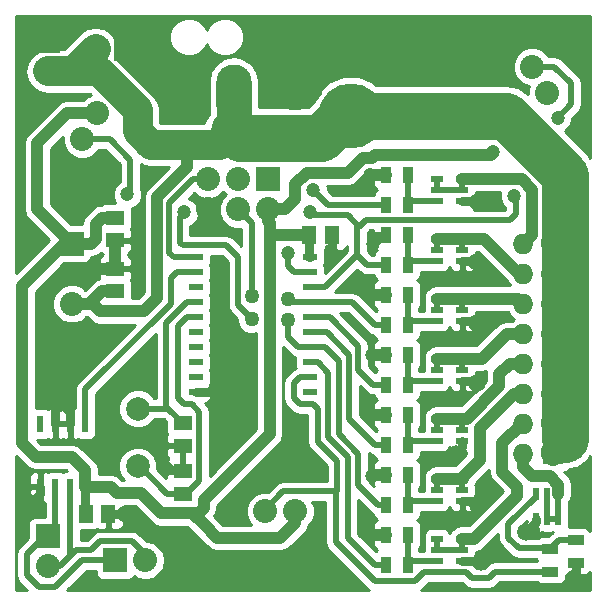
<source format=gbr>
%FSLAX46Y46*%
G04 Gerber Fmt 4.6, Leading zero omitted, Abs format (unit mm)*
G04 Created by KiCad (PCBNEW (2014-jul-16 BZR unknown)-product) date Sun 27 Jul 2014 23:13:45 BST*
%MOMM*%
G01*
G04 APERTURE LIST*
%ADD10C,0.100000*%
%ADD11R,2.032000X2.032000*%
%ADD12C,2.032000*%
%ADD13C,2.000000*%
%ADD14R,1.498600X1.300480*%
%ADD15R,1.300480X1.498600*%
%ADD16C,5.500000*%
%ADD17C,5.000000*%
%ADD18R,1.270000X0.508000*%
%ADD19R,3.000000X5.000000*%
%ADD20O,3.000000X5.000000*%
%ADD21R,0.500000X1.000000*%
%ADD22R,1.000000X0.500000*%
%ADD23R,1.397000X0.889000*%
%ADD24R,0.889000X1.397000*%
%ADD25R,0.599440X1.399540*%
%ADD26O,2.032000X2.032000*%
%ADD27R,1.727200X1.727200*%
%ADD28O,1.727200X1.727200*%
%ADD29C,1.500000*%
%ADD30C,1.260000*%
%ADD31C,1.200000*%
%ADD32C,0.500000*%
%ADD33C,0.750000*%
%ADD34C,1.000000*%
%ADD35C,4.000000*%
%ADD36C,2.500000*%
%ADD37C,3.000000*%
%ADD38C,2.000000*%
%ADD39C,0.254000*%
G04 APERTURE END LIST*
D10*
D11*
X122047000Y-114554000D03*
D12*
X122047000Y-117094000D03*
X119507000Y-114554000D03*
X119507000Y-117094000D03*
X116967000Y-114554000D03*
X116967000Y-117094000D03*
X105410000Y-125095000D03*
X105410000Y-122555000D03*
D11*
X105410000Y-120015000D03*
D13*
X110998000Y-133957060D03*
X110998000Y-138838940D03*
D11*
X119244000Y-142644000D03*
D12*
X121784000Y-142644000D03*
X124324000Y-142644000D03*
D10*
G36*
X141732118Y-102428413D02*
X143491882Y-101412413D01*
X144507882Y-103172177D01*
X142748118Y-104188177D01*
X141732118Y-102428413D01*
X141732118Y-102428413D01*
G37*
D12*
X144390000Y-105000000D03*
X145660000Y-107199705D03*
D10*
G36*
X105391882Y-114735587D02*
X103632118Y-113719587D01*
X104648118Y-111959823D01*
X106407882Y-112975823D01*
X105391882Y-114735587D01*
X105391882Y-114735587D01*
G37*
D12*
X106290000Y-111148000D03*
X107560000Y-108948295D03*
D14*
X114808000Y-135191500D03*
X114808000Y-137096500D03*
X114808000Y-141160500D03*
X114808000Y-139255500D03*
X109093000Y-124015500D03*
X109093000Y-122110500D03*
D15*
X108521500Y-142875000D03*
X106616500Y-142875000D03*
D14*
X109093000Y-117792500D03*
X109093000Y-119697500D03*
D15*
X127444500Y-119253000D03*
X125539500Y-119253000D03*
D16*
X129032000Y-109197140D03*
D17*
X129032000Y-103197660D03*
X124333000Y-106197400D03*
D18*
X125603000Y-132588000D03*
X125603000Y-131318000D03*
X125603000Y-130048000D03*
X125603000Y-128778000D03*
X125603000Y-127508000D03*
X125603000Y-126238000D03*
X125603000Y-124968000D03*
X125603000Y-123698000D03*
X125603000Y-122428000D03*
X125603000Y-121158000D03*
X115951000Y-121158000D03*
X115951000Y-122428000D03*
X115951000Y-123698000D03*
X115951000Y-124968000D03*
X115951000Y-126238000D03*
X115951000Y-127508000D03*
X115951000Y-128778000D03*
X115951000Y-130048000D03*
X115951000Y-131318000D03*
X115951000Y-132588000D03*
D19*
X114681000Y-107315000D03*
D20*
X119126000Y-107315000D03*
D21*
X145669000Y-141165000D03*
X145669000Y-143315000D03*
X144719000Y-141165000D03*
X146619000Y-143315000D03*
X146619000Y-141165000D03*
X144719000Y-143315000D03*
D22*
X136339000Y-145923000D03*
X138489000Y-145923000D03*
X136339000Y-146873000D03*
X138489000Y-144973000D03*
X136339000Y-144973000D03*
X138489000Y-146873000D03*
X136339000Y-140843000D03*
X138489000Y-140843000D03*
X136339000Y-141793000D03*
X138489000Y-139893000D03*
X136339000Y-139893000D03*
X138489000Y-141793000D03*
X136339000Y-135763000D03*
X138489000Y-135763000D03*
X136339000Y-136713000D03*
X138489000Y-134813000D03*
X136339000Y-134813000D03*
X138489000Y-136713000D03*
X136339000Y-130683000D03*
X138489000Y-130683000D03*
X136339000Y-131633000D03*
X138489000Y-129733000D03*
X136339000Y-129733000D03*
X138489000Y-131633000D03*
X136339000Y-125603000D03*
X138489000Y-125603000D03*
X136339000Y-126553000D03*
X138489000Y-124653000D03*
X136339000Y-124653000D03*
X138489000Y-126553000D03*
X136339000Y-120523000D03*
X138489000Y-120523000D03*
X136339000Y-121473000D03*
X138489000Y-119573000D03*
X136339000Y-119573000D03*
X138489000Y-121473000D03*
X136339000Y-115443000D03*
X138489000Y-115443000D03*
X136339000Y-116393000D03*
X138489000Y-114493000D03*
X136339000Y-114493000D03*
X138489000Y-116393000D03*
D23*
X145923000Y-145859500D03*
X145923000Y-147764500D03*
D24*
X133921500Y-147193000D03*
X132016500Y-147193000D03*
X133921500Y-142113000D03*
X132016500Y-142113000D03*
X133921500Y-137033000D03*
X132016500Y-137033000D03*
X133921500Y-131953000D03*
X132016500Y-131953000D03*
X133921500Y-126873000D03*
X132016500Y-126873000D03*
X133921500Y-121793000D03*
X132016500Y-121793000D03*
X133921500Y-116713000D03*
X132016500Y-116713000D03*
D23*
X148082000Y-147002500D03*
X148082000Y-145097500D03*
D24*
X132016500Y-144653000D03*
X133921500Y-144653000D03*
X132016500Y-139573000D03*
X133921500Y-139573000D03*
X132016500Y-134493000D03*
X133921500Y-134493000D03*
X132016500Y-129413000D03*
X133921500Y-129413000D03*
X132016500Y-124333000D03*
X133921500Y-124333000D03*
X132016500Y-119253000D03*
X133921500Y-119253000D03*
X132016500Y-114173000D03*
X133921500Y-114173000D03*
D25*
X106553000Y-140589000D03*
X106553000Y-135255000D03*
X105283000Y-140589000D03*
X104013000Y-140589000D03*
X102743000Y-140589000D03*
X105283000Y-135255000D03*
X104013000Y-135255000D03*
X102743000Y-135255000D03*
D11*
X103378000Y-102870000D03*
D26*
X103378000Y-105410000D03*
D11*
X109982000Y-103505000D03*
D26*
X107442000Y-103505000D03*
D11*
X103378000Y-144780000D03*
D26*
X103378000Y-147320000D03*
D11*
X109093000Y-146812000D03*
D26*
X111633000Y-146812000D03*
D27*
X146177000Y-137795000D03*
D28*
X143637000Y-137795000D03*
X146177000Y-135255000D03*
X143637000Y-135255000D03*
X146177000Y-132715000D03*
X143637000Y-132715000D03*
X146177000Y-130175000D03*
X143637000Y-130175000D03*
X146177000Y-127635000D03*
X143637000Y-127635000D03*
X146177000Y-125095000D03*
X143637000Y-125095000D03*
X146177000Y-122555000D03*
X143637000Y-122555000D03*
X146177000Y-120015000D03*
X143637000Y-120015000D03*
D29*
X109982000Y-142875000D03*
D30*
X127381000Y-120650000D03*
D29*
X104521000Y-133477000D03*
X101981000Y-141986000D03*
D31*
X130937000Y-120015000D03*
D29*
X139827000Y-116459000D03*
X139700000Y-121539000D03*
X139700000Y-126746000D03*
X139700000Y-131826000D03*
X139827000Y-142113000D03*
X143891000Y-144399000D03*
X140081000Y-146939000D03*
D31*
X130556000Y-144780000D03*
X130810000Y-139700000D03*
X130683000Y-134620000D03*
X130810000Y-129413000D03*
X130683000Y-124333000D03*
X130683000Y-114173000D03*
D29*
X137922000Y-137795000D03*
X117729000Y-132334000D03*
D31*
X112649000Y-136906000D03*
X148564600Y-140055600D03*
X147828000Y-148209000D03*
X141097000Y-112268000D03*
D30*
X123698000Y-124714000D03*
X120650000Y-124460000D03*
D31*
X123698000Y-120777000D03*
X125857000Y-115443000D03*
X142875000Y-115951000D03*
X146558000Y-109347000D03*
X125603000Y-117348000D03*
X110109000Y-115824000D03*
X114935000Y-117348000D03*
D30*
X120650000Y-126365000D03*
X123698000Y-126492000D03*
D32*
X113573560Y-133957060D02*
X114808000Y-135191500D01*
X110998000Y-133957060D02*
X113573560Y-133957060D01*
X115189000Y-124968000D02*
X113411000Y-126746000D01*
X113411000Y-126746000D02*
X113411000Y-133794500D01*
X113411000Y-133794500D02*
X113573560Y-133957060D01*
X115951000Y-124968000D02*
X115189000Y-124968000D01*
D33*
X108521500Y-142875000D02*
X109982000Y-142875000D01*
X127444500Y-119253000D02*
X127444500Y-120586500D01*
X127444500Y-120586500D02*
X127381000Y-120650000D01*
X105283000Y-135255000D02*
X105283000Y-134239000D01*
X104013000Y-133985000D02*
X104521000Y-133477000D01*
X104013000Y-133985000D02*
X104013000Y-135255000D01*
X105283000Y-134239000D02*
X104521000Y-133477000D01*
X102743000Y-140589000D02*
X102743000Y-141224000D01*
X102743000Y-141224000D02*
X101981000Y-141986000D01*
X132016500Y-119253000D02*
X131699000Y-119253000D01*
X131699000Y-119253000D02*
X130937000Y-120015000D01*
D34*
X109093000Y-122110500D02*
X105854500Y-122110500D01*
X105854500Y-122110500D02*
X105410000Y-122555000D01*
X109093000Y-119697500D02*
X109093000Y-122110500D01*
D33*
X138489000Y-116393000D02*
X139761000Y-116393000D01*
X139761000Y-116393000D02*
X139827000Y-116459000D01*
X138489000Y-121473000D02*
X139634000Y-121473000D01*
X139634000Y-121473000D02*
X139700000Y-121539000D01*
X138489000Y-126553000D02*
X139507000Y-126553000D01*
X139507000Y-126553000D02*
X139700000Y-126746000D01*
X138489000Y-131633000D02*
X139507000Y-131633000D01*
X139507000Y-131633000D02*
X139700000Y-131826000D01*
X138489000Y-141793000D02*
X139507000Y-141793000D01*
X139507000Y-141793000D02*
X139827000Y-142113000D01*
X144719000Y-143315000D02*
X144719000Y-143571000D01*
X144719000Y-143571000D02*
X143891000Y-144399000D01*
X138489000Y-146873000D02*
X140015000Y-146873000D01*
X140015000Y-146873000D02*
X140081000Y-146939000D01*
D34*
X132016500Y-144653000D02*
X130683000Y-144653000D01*
X130683000Y-144653000D02*
X130556000Y-144780000D01*
X132016500Y-139573000D02*
X130937000Y-139573000D01*
X130937000Y-139573000D02*
X130810000Y-139700000D01*
X132016500Y-134493000D02*
X130810000Y-134493000D01*
X130810000Y-134493000D02*
X130683000Y-134620000D01*
X132016500Y-129413000D02*
X130810000Y-129413000D01*
X132016500Y-124333000D02*
X130683000Y-124333000D01*
X132016500Y-114173000D02*
X130683000Y-114173000D01*
D33*
X138489000Y-137228000D02*
X137922000Y-137795000D01*
X138489000Y-136713000D02*
X138489000Y-137228000D01*
X117475000Y-132588000D02*
X117729000Y-132334000D01*
X115951000Y-132588000D02*
X117475000Y-132588000D01*
D32*
X114808000Y-137096500D02*
X114808000Y-139255500D01*
X114808000Y-139255500D02*
X114109500Y-139255500D01*
X112839500Y-137096500D02*
X112649000Y-136906000D01*
X112649000Y-137795000D02*
X114109500Y-139255500D01*
X112649000Y-137795000D02*
X112649000Y-136906000D01*
X114808000Y-137096500D02*
X112839500Y-137096500D01*
D33*
X148082000Y-147002500D02*
X148082000Y-147955000D01*
X148082000Y-147955000D02*
X147828000Y-148209000D01*
D32*
X114808000Y-141160500D02*
X115125500Y-141160500D01*
X115125500Y-141160500D02*
X116205000Y-140081000D01*
X115189000Y-126238000D02*
X115951000Y-126238000D01*
X114427000Y-127000000D02*
X115189000Y-126238000D01*
X114427000Y-133096000D02*
X114427000Y-127000000D01*
X114935000Y-133604000D02*
X114427000Y-133096000D01*
X115570000Y-133604000D02*
X114935000Y-133604000D01*
X116205000Y-134239000D02*
X115570000Y-133604000D01*
X116205000Y-140081000D02*
X116205000Y-134239000D01*
X113474500Y-141160500D02*
X114808000Y-141160500D01*
X111152940Y-138838940D02*
X113474500Y-141160500D01*
X110998000Y-138838940D02*
X111152940Y-138838940D01*
D34*
X122047000Y-117094000D02*
X123444000Y-117094000D01*
X140919200Y-112445800D02*
X141097000Y-112268000D01*
X131089400Y-112445800D02*
X140919200Y-112445800D01*
X130835400Y-112699800D02*
X131089400Y-112445800D01*
X130048000Y-112699800D02*
X130835400Y-112699800D01*
X128778000Y-113969800D02*
X130048000Y-112699800D01*
X125298200Y-113969800D02*
X128778000Y-113969800D01*
X124307600Y-114960400D02*
X125298200Y-113969800D01*
X124307600Y-116230400D02*
X124307600Y-114960400D01*
X123444000Y-117094000D02*
X124307600Y-116230400D01*
X116586000Y-141732000D02*
X116586000Y-142367000D01*
X122174000Y-119253000D02*
X122174000Y-136144000D01*
X116586000Y-141732000D02*
X122174000Y-136144000D01*
X115887500Y-143065500D02*
X115887500Y-142811500D01*
X116586000Y-142367000D02*
X115887500Y-143065500D01*
X106553000Y-140589000D02*
X108712000Y-140589000D01*
X108712000Y-140589000D02*
X109220000Y-141097000D01*
X109220000Y-141097000D02*
X111252000Y-141097000D01*
X111252000Y-141097000D02*
X112966500Y-142811500D01*
X112966500Y-142811500D02*
X115887500Y-142811500D01*
X115887500Y-142811500D02*
X115633500Y-142811500D01*
X117729000Y-144907000D02*
X123063000Y-144907000D01*
X123063000Y-144907000D02*
X124324000Y-143646000D01*
X116586000Y-143764000D02*
X117729000Y-144907000D01*
X115633500Y-142811500D02*
X116586000Y-143764000D01*
D33*
X106553000Y-140589000D02*
X106553000Y-142811500D01*
X106553000Y-142811500D02*
X106616500Y-142875000D01*
D34*
X122174000Y-119253000D02*
X125539500Y-119253000D01*
X122047000Y-117094000D02*
X122047000Y-118110000D01*
X122047000Y-118110000D02*
X122174000Y-118237000D01*
X122174000Y-118237000D02*
X122174000Y-119253000D01*
D33*
X125539500Y-119253000D02*
X125539500Y-121094500D01*
X125539500Y-121094500D02*
X125603000Y-121158000D01*
D34*
X107442000Y-119634000D02*
X107442000Y-118364000D01*
X107442000Y-118364000D02*
X108013500Y-117792500D01*
X108013500Y-117792500D02*
X109093000Y-117792500D01*
X105410000Y-120015000D02*
X107061000Y-120015000D01*
X107061000Y-120015000D02*
X107442000Y-119634000D01*
X107560000Y-108948295D02*
X107583293Y-108948295D01*
X105046705Y-108948295D02*
X102489000Y-111506000D01*
X102489000Y-111506000D02*
X102489000Y-117094000D01*
X102489000Y-117094000D02*
X105410000Y-120015000D01*
X107560000Y-108948295D02*
X105046705Y-108948295D01*
X125539500Y-119253000D02*
X125539500Y-119189500D01*
X101219000Y-123571000D02*
X101219000Y-136906000D01*
X101219000Y-136906000D02*
X102362000Y-138049000D01*
X102362000Y-138049000D02*
X105410000Y-138049000D01*
X105410000Y-138049000D02*
X106553000Y-139192000D01*
X106553000Y-139192000D02*
X106553000Y-140589000D01*
X104775000Y-120015000D02*
X101219000Y-123571000D01*
X105410000Y-120015000D02*
X104775000Y-120015000D01*
X124324000Y-143646000D02*
X124324000Y-142644000D01*
D32*
X125603000Y-130048000D02*
X126238000Y-130048000D01*
X126238000Y-130048000D02*
X127127000Y-130937000D01*
X127127000Y-130937000D02*
X127127000Y-136398000D01*
X127127000Y-136398000D02*
X128778000Y-138049000D01*
X128778000Y-138049000D02*
X128778000Y-144907000D01*
X128778000Y-144907000D02*
X131064000Y-147193000D01*
X131064000Y-147193000D02*
X132016500Y-147193000D01*
X125603000Y-127508000D02*
X127000000Y-127508000D01*
X131064000Y-137033000D02*
X132016500Y-137033000D01*
X128905000Y-134874000D02*
X131064000Y-137033000D01*
X128905000Y-129413000D02*
X128905000Y-134874000D01*
X127000000Y-127508000D02*
X128905000Y-129413000D01*
X129667000Y-130556000D02*
X129667000Y-130683000D01*
X127254000Y-126238000D02*
X129667000Y-128651000D01*
X129667000Y-128651000D02*
X129667000Y-130556000D01*
X125603000Y-126238000D02*
X127254000Y-126238000D01*
X130937000Y-131953000D02*
X132016500Y-131953000D01*
X129667000Y-130683000D02*
X130937000Y-131953000D01*
X131064000Y-126873000D02*
X132016500Y-126873000D01*
X120650000Y-124460000D02*
X120650000Y-118237000D01*
X120650000Y-118237000D02*
X119507000Y-117094000D01*
X123952000Y-124968000D02*
X123698000Y-124714000D01*
X125603000Y-124968000D02*
X123952000Y-124968000D01*
X120650000Y-124460000D02*
X120904000Y-124206000D01*
X125603000Y-124968000D02*
X129159000Y-124968000D01*
X129159000Y-124968000D02*
X131064000Y-126873000D01*
X124206000Y-122428000D02*
X125603000Y-122428000D01*
X123698000Y-121920000D02*
X124206000Y-122428000D01*
X123698000Y-120777000D02*
X123698000Y-121920000D01*
X125857000Y-115443000D02*
X127127000Y-116713000D01*
X127127000Y-116713000D02*
X132016500Y-116713000D01*
X132016500Y-117157500D02*
X132016500Y-116713000D01*
X113665000Y-119126000D02*
X113665000Y-120777000D01*
X113665000Y-119126000D02*
X113665000Y-116586000D01*
X113665000Y-116586000D02*
X115697000Y-114554000D01*
X116967000Y-114554000D02*
X115697000Y-114554000D01*
X114046000Y-121158000D02*
X115951000Y-121158000D01*
X113665000Y-120777000D02*
X114046000Y-121158000D01*
X115951000Y-121158000D02*
X115697000Y-121158000D01*
X114280002Y-122428000D02*
X113792000Y-122916002D01*
X113792000Y-122916002D02*
X113792000Y-125095000D01*
X113792000Y-125095000D02*
X106553000Y-132334000D01*
X106553000Y-132334000D02*
X106553000Y-135255000D01*
X115951000Y-122428000D02*
X114280002Y-122428000D01*
X148082000Y-145097500D02*
X146685000Y-145097500D01*
X146685000Y-145097500D02*
X145923000Y-145859500D01*
X144719000Y-141165000D02*
X144719000Y-141412000D01*
X144719000Y-141412000D02*
X142367000Y-143764000D01*
X142367000Y-143764000D02*
X142367000Y-144907000D01*
X142367000Y-144907000D02*
X143256000Y-145796000D01*
X143256000Y-145796000D02*
X145859500Y-145796000D01*
X145859500Y-145796000D02*
X145923000Y-145859500D01*
X136339000Y-146873000D02*
X134241500Y-146873000D01*
X134241500Y-146873000D02*
X133921500Y-147193000D01*
X133921500Y-144653000D02*
X133921500Y-147193000D01*
X136339000Y-141793000D02*
X134241500Y-141793000D01*
X134241500Y-141793000D02*
X133921500Y-142113000D01*
X133921500Y-139573000D02*
X133921500Y-142113000D01*
X136339000Y-136713000D02*
X134241500Y-136713000D01*
X134241500Y-136713000D02*
X133921500Y-137033000D01*
X133921500Y-134493000D02*
X133921500Y-137033000D01*
X136339000Y-131633000D02*
X134241500Y-131633000D01*
X134241500Y-131633000D02*
X133921500Y-131953000D01*
X133921500Y-129413000D02*
X133921500Y-131953000D01*
X136339000Y-126553000D02*
X134241500Y-126553000D01*
X134241500Y-126553000D02*
X133921500Y-126873000D01*
X133921500Y-124333000D02*
X133921500Y-126873000D01*
X136339000Y-121473000D02*
X134241500Y-121473000D01*
X134241500Y-121473000D02*
X133921500Y-121793000D01*
X133921500Y-119253000D02*
X133921500Y-121793000D01*
X133921500Y-116713000D02*
X133921500Y-114173000D01*
X136339000Y-116393000D02*
X134241500Y-116393000D01*
X134241500Y-116393000D02*
X133921500Y-116713000D01*
D35*
X129032000Y-109197140D02*
X128369060Y-109197140D01*
X128369060Y-109197140D02*
X126517400Y-111048800D01*
X119684800Y-111048800D02*
X119126000Y-110490000D01*
X126517400Y-111048800D02*
X119684800Y-111048800D01*
D34*
X107061000Y-124968000D02*
X107823000Y-125730000D01*
X115189000Y-113538000D02*
X115189000Y-111633000D01*
X112649000Y-116078000D02*
X115189000Y-113538000D01*
X112649000Y-124587000D02*
X112649000Y-116078000D01*
X111506000Y-125730000D02*
X112649000Y-124587000D01*
X107823000Y-125730000D02*
X111506000Y-125730000D01*
D36*
X110998000Y-108712000D02*
X110998000Y-110490000D01*
X112141000Y-111633000D02*
X115189000Y-111633000D01*
X107696000Y-105410000D02*
X110998000Y-108712000D01*
X105537000Y-105410000D02*
X107696000Y-105410000D01*
X110998000Y-110490000D02*
X112141000Y-111633000D01*
X117983000Y-111633000D02*
X119126000Y-110490000D01*
X115189000Y-111633000D02*
X117983000Y-111633000D01*
X103378000Y-105410000D02*
X105537000Y-105410000D01*
X105537000Y-105410000D02*
X107442000Y-103505000D01*
D35*
X129032000Y-109197140D02*
X129032000Y-109220000D01*
D37*
X119126000Y-107315000D02*
X119126000Y-110490000D01*
D34*
X109093000Y-124015500D02*
X108013500Y-124015500D01*
X108013500Y-124015500D02*
X107061000Y-124968000D01*
X107061000Y-124968000D02*
X106934000Y-125095000D01*
X106934000Y-125095000D02*
X105410000Y-125095000D01*
D38*
X146177000Y-137795000D02*
X146177000Y-137541000D01*
X146177000Y-137541000D02*
X147193000Y-136525000D01*
X146177000Y-135255000D02*
X146177000Y-135128000D01*
X146177000Y-135128000D02*
X147193000Y-134112000D01*
X146177000Y-132715000D02*
X147193000Y-131699000D01*
X147193000Y-131699000D02*
X147701000Y-131699000D01*
X147701000Y-131699000D02*
X147193000Y-131699000D01*
X146177000Y-130175000D02*
X146685000Y-130175000D01*
X146685000Y-130175000D02*
X147193000Y-129667000D01*
X146685000Y-130175000D02*
X147193000Y-129667000D01*
X146177000Y-127635000D02*
X146812000Y-127635000D01*
X146812000Y-127635000D02*
X147193000Y-127254000D01*
X146177000Y-125095000D02*
X146812000Y-125095000D01*
X146812000Y-125095000D02*
X147193000Y-124714000D01*
X146177000Y-122555000D02*
X146431000Y-122555000D01*
X146431000Y-122555000D02*
X147193000Y-121793000D01*
X146177000Y-120015000D02*
X146177000Y-119888000D01*
X146177000Y-119888000D02*
X147193000Y-118872000D01*
D35*
X147193000Y-116713000D02*
X147193000Y-118872000D01*
X147193000Y-118872000D02*
X147193000Y-121793000D01*
X147193000Y-121793000D02*
X147193000Y-124714000D01*
X147193000Y-124714000D02*
X147193000Y-127254000D01*
X147193000Y-127254000D02*
X147193000Y-129667000D01*
X147193000Y-129667000D02*
X147193000Y-131699000D01*
X147193000Y-131699000D02*
X147193000Y-134112000D01*
X147193000Y-134112000D02*
X147193000Y-136525000D01*
X147193000Y-116713000D02*
X147193000Y-117348000D01*
X142217140Y-109197140D02*
X147193000Y-114173000D01*
X147193000Y-114173000D02*
X147193000Y-116713000D01*
X129032000Y-109197140D02*
X142217140Y-109197140D01*
D32*
X121784000Y-142644000D02*
X121784000Y-142630000D01*
X125603000Y-131318000D02*
X124714000Y-131318000D01*
X127889000Y-138430000D02*
X127889000Y-140081000D01*
X126238000Y-136779000D02*
X127889000Y-138430000D01*
X126238000Y-133977002D02*
X126238000Y-136779000D01*
X125864998Y-133604000D02*
X126238000Y-133977002D01*
X124714000Y-133604000D02*
X125864998Y-133604000D01*
X124206000Y-133096000D02*
X124714000Y-133604000D01*
X124206000Y-131826000D02*
X124206000Y-133096000D01*
X124714000Y-131318000D02*
X124206000Y-131826000D01*
X127889000Y-140081000D02*
X127889000Y-140970000D01*
X127762000Y-140970000D02*
X127889000Y-140970000D01*
X123317000Y-140970000D02*
X127762000Y-140970000D01*
X121784000Y-142503000D02*
X123317000Y-140970000D01*
X121784000Y-142644000D02*
X121784000Y-142503000D01*
X127762000Y-145288000D02*
X131064000Y-148590000D01*
X131064000Y-148590000D02*
X134493000Y-148590000D01*
X134493000Y-148590000D02*
X135255000Y-147828000D01*
X135255000Y-147828000D02*
X138811000Y-147828000D01*
X138811000Y-147828000D02*
X139319000Y-148336000D01*
X139319000Y-148336000D02*
X140716000Y-148336000D01*
X140716000Y-148336000D02*
X141287500Y-147764500D01*
X141287500Y-147764500D02*
X145923000Y-147764500D01*
X127762000Y-140970000D02*
X127762000Y-145288000D01*
X140843000Y-117983000D02*
X142494000Y-117983000D01*
X146558000Y-109347000D02*
X147701000Y-108204000D01*
X147701000Y-108204000D02*
X147701000Y-106426000D01*
X147701000Y-106426000D02*
X146275000Y-105000000D01*
X144390000Y-105000000D02*
X146275000Y-105000000D01*
X130302000Y-117983000D02*
X140081000Y-117983000D01*
X130302000Y-117983000D02*
X129730500Y-118554500D01*
X140081000Y-117983000D02*
X140843000Y-117983000D01*
X143002000Y-116078000D02*
X142875000Y-115951000D01*
X143002000Y-117475000D02*
X143002000Y-116078000D01*
X142494000Y-117983000D02*
X143002000Y-117475000D01*
X125603000Y-117348000D02*
X125857000Y-117602000D01*
X125857000Y-117602000D02*
X128778000Y-117602000D01*
X128778000Y-117602000D02*
X129730500Y-118554500D01*
X129603500Y-118554500D02*
X129730500Y-118554500D01*
X131889500Y-121666000D02*
X132016500Y-121793000D01*
X129603500Y-120967500D02*
X130429000Y-121793000D01*
X130429000Y-121793000D02*
X132016500Y-121793000D01*
X126873000Y-123698000D02*
X129603500Y-120967500D01*
X125603000Y-123698000D02*
X126873000Y-123698000D01*
X129603500Y-118554500D02*
X129603500Y-120967500D01*
X103378000Y-144780000D02*
X103124000Y-144780000D01*
X103124000Y-144780000D02*
X101600000Y-146304000D01*
X106299000Y-146812000D02*
X109093000Y-146812000D01*
X104013000Y-149098000D02*
X106299000Y-146812000D01*
X102616000Y-149098000D02*
X104013000Y-149098000D01*
X101600000Y-148082000D02*
X102616000Y-149098000D01*
X101600000Y-146304000D02*
X101600000Y-148082000D01*
X104013000Y-140589000D02*
X104013000Y-144145000D01*
X104013000Y-144145000D02*
X103378000Y-144780000D01*
X108585000Y-147320000D02*
X109093000Y-146812000D01*
X107061000Y-145923000D02*
X105791000Y-145923000D01*
X110490000Y-145161000D02*
X107823000Y-145161000D01*
X107823000Y-145161000D02*
X107061000Y-145923000D01*
X111633000Y-146304000D02*
X110490000Y-145161000D01*
X105791000Y-145923000D02*
X105283000Y-146431000D01*
X111633000Y-146812000D02*
X111633000Y-146304000D01*
X111633000Y-146177000D02*
X111633000Y-146812000D01*
X105283000Y-140589000D02*
X105283000Y-144907000D01*
X105283000Y-145923000D02*
X105283000Y-146431000D01*
X105283000Y-144907000D02*
X105283000Y-145923000D01*
X105283000Y-146431000D02*
X104394000Y-147320000D01*
X104394000Y-147320000D02*
X103378000Y-147320000D01*
D34*
X143637000Y-137795000D02*
X143637000Y-138938000D01*
X146619000Y-140396000D02*
X146619000Y-141165000D01*
X145923000Y-139700000D02*
X146619000Y-140396000D01*
X144399000Y-139700000D02*
X145923000Y-139700000D01*
X143637000Y-138938000D02*
X144399000Y-139700000D01*
D32*
X145669000Y-141165000D02*
X145669000Y-143315000D01*
X145669000Y-143315000D02*
X146619000Y-143315000D01*
X146619000Y-143315000D02*
X146619000Y-141165000D01*
X136339000Y-144973000D02*
X136339000Y-145923000D01*
X136339000Y-145923000D02*
X138489000Y-145923000D01*
X138489000Y-145923000D02*
X138489000Y-144973000D01*
D34*
X139507000Y-144973000D02*
X138489000Y-144973000D01*
X143129000Y-141351000D02*
X139507000Y-144973000D01*
X143129000Y-140589000D02*
X143129000Y-141351000D01*
X141859000Y-139319000D02*
X143129000Y-140589000D01*
X141859000Y-136906000D02*
X141859000Y-139319000D01*
X143510000Y-135255000D02*
X141859000Y-136906000D01*
X143637000Y-135255000D02*
X143510000Y-135255000D01*
X143637000Y-132715000D02*
X142875000Y-132715000D01*
X142875000Y-132715000D02*
X139954000Y-135636000D01*
X139954000Y-138303000D02*
X138364000Y-139893000D01*
X139954000Y-135636000D02*
X139954000Y-138303000D01*
X138364000Y-139893000D02*
X138489000Y-139893000D01*
X136339000Y-139893000D02*
X138489000Y-139893000D01*
X138489000Y-139893000D02*
X138550000Y-139954000D01*
X143129000Y-132715000D02*
X143637000Y-132715000D01*
D32*
X136339000Y-139893000D02*
X136339000Y-140843000D01*
X138489000Y-140843000D02*
X138489000Y-139893000D01*
D34*
X138489000Y-134813000D02*
X138872000Y-134813000D01*
X138872000Y-134813000D02*
X141605000Y-132080000D01*
X142494000Y-130175000D02*
X143637000Y-130175000D01*
X141605000Y-131064000D02*
X142494000Y-130175000D01*
X141605000Y-132080000D02*
X141605000Y-131064000D01*
X136339000Y-134813000D02*
X138489000Y-134813000D01*
D32*
X136339000Y-134813000D02*
X136339000Y-135763000D01*
X138489000Y-135763000D02*
X138489000Y-134813000D01*
D34*
X136339000Y-129733000D02*
X138489000Y-129733000D01*
X138489000Y-129733000D02*
X140142000Y-129733000D01*
X140142000Y-129733000D02*
X142240000Y-127635000D01*
X142240000Y-127635000D02*
X143637000Y-127635000D01*
D32*
X136339000Y-129733000D02*
X136339000Y-130683000D01*
X138489000Y-130683000D02*
X138489000Y-129733000D01*
D34*
X136339000Y-124653000D02*
X138489000Y-124653000D01*
X138489000Y-124653000D02*
X143195000Y-124653000D01*
X143195000Y-124653000D02*
X143637000Y-125095000D01*
D32*
X136339000Y-124653000D02*
X136339000Y-125603000D01*
X138489000Y-125603000D02*
X138489000Y-124653000D01*
D34*
X136339000Y-119573000D02*
X138489000Y-119573000D01*
X138489000Y-119573000D02*
X140274000Y-119573000D01*
X140274000Y-119573000D02*
X143256000Y-122555000D01*
X143256000Y-122555000D02*
X143637000Y-122555000D01*
D32*
X136339000Y-119573000D02*
X136339000Y-120523000D01*
X138489000Y-120523000D02*
X138489000Y-119573000D01*
D34*
X138489000Y-114493000D02*
X143488998Y-114493000D01*
X144399000Y-119253000D02*
X143637000Y-120015000D01*
X144399000Y-115403002D02*
X144399000Y-119253000D01*
X143488998Y-114493000D02*
X144399000Y-115403002D01*
D32*
X136339000Y-114493000D02*
X136339000Y-115443000D01*
X136339000Y-115443000D02*
X138489000Y-115443000D01*
X138489000Y-115443000D02*
X138489000Y-114493000D01*
X118745000Y-120396000D02*
X118491000Y-120142000D01*
X110363000Y-112903000D02*
X108608000Y-111148000D01*
X106290000Y-111148000D02*
X108608000Y-111148000D01*
X123698000Y-127889000D02*
X124587000Y-128778000D01*
X124587000Y-128778000D02*
X125603000Y-128778000D01*
X118745000Y-120396000D02*
X119507000Y-121158000D01*
X119507000Y-121158000D02*
X119507000Y-125222000D01*
X119507000Y-125222000D02*
X120650000Y-126365000D01*
X123698000Y-126492000D02*
X123698000Y-127889000D01*
X110363000Y-115570000D02*
X110109000Y-115824000D01*
X110363000Y-113538000D02*
X110363000Y-115570000D01*
X110363000Y-113538000D02*
X110363000Y-112903000D01*
X114554000Y-117729000D02*
X114935000Y-117348000D01*
X114554000Y-119895998D02*
X114554000Y-117729000D01*
X114800002Y-120142000D02*
X114554000Y-119895998D01*
X118491000Y-120142000D02*
X114800002Y-120142000D01*
X125603000Y-128778000D02*
X126873000Y-128778000D01*
X131318000Y-142113000D02*
X132016500Y-142113000D01*
X129667000Y-140462000D02*
X131318000Y-142113000D01*
X129667000Y-137795000D02*
X129667000Y-140462000D01*
X128016000Y-136144000D02*
X129667000Y-137795000D01*
X128016000Y-129921000D02*
X128016000Y-136144000D01*
X126873000Y-128778000D02*
X128016000Y-129921000D01*
D39*
G36*
X105010098Y-139254230D02*
X104856971Y-139254230D01*
X104648000Y-139340788D01*
X104439030Y-139254230D01*
X104186411Y-139254230D01*
X103586971Y-139254230D01*
X103378000Y-139340788D01*
X103169029Y-139254230D01*
X103028750Y-139254230D01*
X102870000Y-139412980D01*
X102870000Y-140462000D01*
X102890000Y-140462000D01*
X102890000Y-140716000D01*
X102870000Y-140716000D01*
X102870000Y-141765020D01*
X103028750Y-141923770D01*
X103128000Y-141923770D01*
X103128000Y-143129000D01*
X102616000Y-143129000D01*
X102616000Y-141765020D01*
X102616000Y-140716000D01*
X102616000Y-140462000D01*
X102616000Y-139412980D01*
X102457250Y-139254230D01*
X102316971Y-139254230D01*
X102083582Y-139350903D01*
X101904953Y-139529531D01*
X101808280Y-139762920D01*
X101808280Y-140015539D01*
X101808280Y-140303250D01*
X101967030Y-140462000D01*
X102616000Y-140462000D01*
X102616000Y-140716000D01*
X101967030Y-140716000D01*
X101808280Y-140874750D01*
X101808280Y-141162461D01*
X101808280Y-141415080D01*
X101904953Y-141648469D01*
X102083582Y-141827097D01*
X102316971Y-141923770D01*
X102457250Y-141923770D01*
X102616000Y-141765020D01*
X102616000Y-143129000D01*
X102235691Y-143129000D01*
X102002302Y-143225673D01*
X101823673Y-143404301D01*
X101727000Y-143637690D01*
X101727000Y-143890309D01*
X101727000Y-144925420D01*
X100974210Y-145678210D01*
X100782367Y-145965325D01*
X100771189Y-146021515D01*
X100714999Y-146304000D01*
X100715000Y-146304005D01*
X100715000Y-148081994D01*
X100714999Y-148082000D01*
X100771189Y-148364484D01*
X100782367Y-148420675D01*
X100974210Y-148707790D01*
X101581420Y-149315000D01*
X100685000Y-149315000D01*
X100685000Y-137977132D01*
X101559434Y-138851566D01*
X101927654Y-139097603D01*
X101927655Y-139097603D01*
X102362000Y-139184000D01*
X104939868Y-139184000D01*
X105010098Y-139254230D01*
X105010098Y-139254230D01*
G37*
X105010098Y-139254230D02*
X104856971Y-139254230D01*
X104648000Y-139340788D01*
X104439030Y-139254230D01*
X104186411Y-139254230D01*
X103586971Y-139254230D01*
X103378000Y-139340788D01*
X103169029Y-139254230D01*
X103028750Y-139254230D01*
X102870000Y-139412980D01*
X102870000Y-140462000D01*
X102890000Y-140462000D01*
X102890000Y-140716000D01*
X102870000Y-140716000D01*
X102870000Y-141765020D01*
X103028750Y-141923770D01*
X103128000Y-141923770D01*
X103128000Y-143129000D01*
X102616000Y-143129000D01*
X102616000Y-141765020D01*
X102616000Y-140716000D01*
X102616000Y-140462000D01*
X102616000Y-139412980D01*
X102457250Y-139254230D01*
X102316971Y-139254230D01*
X102083582Y-139350903D01*
X101904953Y-139529531D01*
X101808280Y-139762920D01*
X101808280Y-140015539D01*
X101808280Y-140303250D01*
X101967030Y-140462000D01*
X102616000Y-140462000D01*
X102616000Y-140716000D01*
X101967030Y-140716000D01*
X101808280Y-140874750D01*
X101808280Y-141162461D01*
X101808280Y-141415080D01*
X101904953Y-141648469D01*
X102083582Y-141827097D01*
X102316971Y-141923770D01*
X102457250Y-141923770D01*
X102616000Y-141765020D01*
X102616000Y-143129000D01*
X102235691Y-143129000D01*
X102002302Y-143225673D01*
X101823673Y-143404301D01*
X101727000Y-143637690D01*
X101727000Y-143890309D01*
X101727000Y-144925420D01*
X100974210Y-145678210D01*
X100782367Y-145965325D01*
X100771189Y-146021515D01*
X100714999Y-146304000D01*
X100715000Y-146304005D01*
X100715000Y-148081994D01*
X100714999Y-148082000D01*
X100771189Y-148364484D01*
X100782367Y-148420675D01*
X100974210Y-148707790D01*
X101581420Y-149315000D01*
X100685000Y-149315000D01*
X100685000Y-137977132D01*
X101559434Y-138851566D01*
X101927654Y-139097603D01*
X101927655Y-139097603D01*
X102362000Y-139184000D01*
X104939868Y-139184000D01*
X105010098Y-139254230D01*
G36*
X109478000Y-114748452D02*
X109410343Y-114776408D01*
X109062629Y-115123515D01*
X108874215Y-115577266D01*
X108873786Y-116068579D01*
X109055046Y-116507260D01*
X108217391Y-116507260D01*
X107984002Y-116603933D01*
X107909809Y-116678125D01*
X107579154Y-116743897D01*
X107210934Y-116989934D01*
X106639434Y-117561434D01*
X106393397Y-117929654D01*
X106307000Y-118364000D01*
X106299691Y-118364000D01*
X105364132Y-118364000D01*
X103624000Y-116623868D01*
X103624000Y-111976132D01*
X104639162Y-110960969D01*
X104638714Y-111474963D01*
X104889534Y-112081995D01*
X105353563Y-112546834D01*
X105960155Y-112798713D01*
X106616963Y-112799286D01*
X107223995Y-112548466D01*
X107688834Y-112084437D01*
X107710192Y-112033000D01*
X108241420Y-112033000D01*
X109478000Y-113269579D01*
X109478000Y-113538000D01*
X109478000Y-114748452D01*
X109478000Y-114748452D01*
G37*
X109478000Y-114748452D02*
X109410343Y-114776408D01*
X109062629Y-115123515D01*
X108874215Y-115577266D01*
X108873786Y-116068579D01*
X109055046Y-116507260D01*
X108217391Y-116507260D01*
X107984002Y-116603933D01*
X107909809Y-116678125D01*
X107579154Y-116743897D01*
X107210934Y-116989934D01*
X106639434Y-117561434D01*
X106393397Y-117929654D01*
X106307000Y-118364000D01*
X106299691Y-118364000D01*
X105364132Y-118364000D01*
X103624000Y-116623868D01*
X103624000Y-111976132D01*
X104639162Y-110960969D01*
X104638714Y-111474963D01*
X104889534Y-112081995D01*
X105353563Y-112546834D01*
X105960155Y-112798713D01*
X106616963Y-112799286D01*
X107223995Y-112548466D01*
X107688834Y-112084437D01*
X107710192Y-112033000D01*
X108241420Y-112033000D01*
X109478000Y-113269579D01*
X109478000Y-113538000D01*
X109478000Y-114748452D01*
G36*
X114955000Y-139382500D02*
X114935000Y-139382500D01*
X114935000Y-139402500D01*
X114681000Y-139402500D01*
X114681000Y-139382500D01*
X114681000Y-139128500D01*
X114681000Y-138222990D01*
X114681000Y-138129010D01*
X114681000Y-137223500D01*
X113582450Y-137223500D01*
X113423700Y-137382250D01*
X113423700Y-137873049D01*
X113520373Y-138106438D01*
X113589934Y-138176000D01*
X113520373Y-138245562D01*
X113423700Y-138478951D01*
X113423700Y-138969750D01*
X113582450Y-139128500D01*
X114681000Y-139128500D01*
X114681000Y-139382500D01*
X113582450Y-139382500D01*
X113423700Y-139541250D01*
X113423700Y-139858120D01*
X112632801Y-139067222D01*
X112633284Y-138515145D01*
X112384894Y-137913997D01*
X111925363Y-137453662D01*
X111324648Y-137204224D01*
X110674205Y-137203656D01*
X110073057Y-137452046D01*
X109612722Y-137911577D01*
X109363284Y-138512292D01*
X109362716Y-139162735D01*
X109611106Y-139763883D01*
X109808876Y-139962000D01*
X109690132Y-139962000D01*
X109514566Y-139786434D01*
X109146346Y-139540397D01*
X108712000Y-139454000D01*
X107688000Y-139454000D01*
X107688000Y-139192000D01*
X107601603Y-138757655D01*
X107601603Y-138757654D01*
X107355566Y-138389434D01*
X106212566Y-137246434D01*
X105844346Y-137000397D01*
X105410000Y-136914000D01*
X105156000Y-136914000D01*
X105156000Y-136431020D01*
X105156000Y-135382000D01*
X105156000Y-135128000D01*
X105156000Y-134078980D01*
X104997250Y-133920230D01*
X104856971Y-133920230D01*
X104648000Y-134006788D01*
X104439029Y-133920230D01*
X104298750Y-133920230D01*
X104140000Y-134078980D01*
X104140000Y-135128000D01*
X104507030Y-135128000D01*
X104788970Y-135128000D01*
X105156000Y-135128000D01*
X105156000Y-135382000D01*
X104788970Y-135382000D01*
X104507030Y-135382000D01*
X104140000Y-135382000D01*
X104140000Y-136431020D01*
X104298750Y-136589770D01*
X104439029Y-136589770D01*
X104648000Y-136503211D01*
X104856971Y-136589770D01*
X104997250Y-136589770D01*
X105156000Y-136431020D01*
X105156000Y-136914000D01*
X102832132Y-136914000D01*
X102507902Y-136589770D01*
X102569589Y-136589770D01*
X103169029Y-136589770D01*
X103378000Y-136503211D01*
X103586971Y-136589770D01*
X103727250Y-136589770D01*
X103886000Y-136431020D01*
X103886000Y-135382000D01*
X103866000Y-135382000D01*
X103866000Y-135128000D01*
X103886000Y-135128000D01*
X103886000Y-134078980D01*
X103727250Y-133920230D01*
X103586971Y-133920230D01*
X103378000Y-134006788D01*
X103169030Y-133920230D01*
X102916411Y-133920230D01*
X102354000Y-133920230D01*
X102354000Y-124041132D01*
X104729132Y-121666000D01*
X106552309Y-121666000D01*
X106785698Y-121569327D01*
X106964327Y-121390699D01*
X107061000Y-121157310D01*
X107061000Y-121150000D01*
X107495345Y-121063603D01*
X107495346Y-121063603D01*
X107863566Y-120817566D01*
X107889533Y-120791598D01*
X107984001Y-120886067D01*
X108027295Y-120904000D01*
X107984001Y-120921933D01*
X107805373Y-121100562D01*
X107708700Y-121333951D01*
X107708700Y-121824750D01*
X107867450Y-121983500D01*
X108966000Y-121983500D01*
X108966000Y-120984010D01*
X108885990Y-120904000D01*
X108966000Y-120823990D01*
X108966000Y-119824500D01*
X108946000Y-119824500D01*
X108946000Y-119570500D01*
X108966000Y-119570500D01*
X108966000Y-119550500D01*
X109220000Y-119550500D01*
X109220000Y-119570500D01*
X110318550Y-119570500D01*
X110477300Y-119411750D01*
X110477300Y-118920951D01*
X110404418Y-118745000D01*
X110477300Y-118569050D01*
X110477300Y-118316431D01*
X110477300Y-117015951D01*
X110474520Y-117009241D01*
X110807657Y-116871592D01*
X111155371Y-116524485D01*
X111343785Y-116070734D01*
X111344214Y-115579421D01*
X111248000Y-115346566D01*
X111248000Y-113538000D01*
X111248000Y-113259825D01*
X111419641Y-113374513D01*
X111419642Y-113374513D01*
X112141000Y-113518000D01*
X113603867Y-113518000D01*
X111846434Y-115275434D01*
X111600397Y-115643654D01*
X111514000Y-116078000D01*
X111514000Y-124116868D01*
X111035868Y-124595000D01*
X110477300Y-124595000D01*
X110477300Y-124539431D01*
X110477300Y-123238951D01*
X110404418Y-123063000D01*
X110477300Y-122887049D01*
X110477300Y-122396250D01*
X110477300Y-121824750D01*
X110477300Y-121333951D01*
X110380627Y-121100562D01*
X110201999Y-120921933D01*
X110158704Y-120904000D01*
X110201999Y-120886067D01*
X110380627Y-120707438D01*
X110477300Y-120474049D01*
X110477300Y-119983250D01*
X110318550Y-119824500D01*
X109220000Y-119824500D01*
X109220000Y-120823990D01*
X109300010Y-120904000D01*
X109220000Y-120984010D01*
X109220000Y-121983500D01*
X110318550Y-121983500D01*
X110477300Y-121824750D01*
X110477300Y-122396250D01*
X110318550Y-122237500D01*
X109220000Y-122237500D01*
X109220000Y-122257500D01*
X108966000Y-122257500D01*
X108966000Y-122237500D01*
X107867450Y-122237500D01*
X107708700Y-122396250D01*
X107708700Y-122887049D01*
X107729395Y-122937012D01*
X107579154Y-122966897D01*
X107210934Y-123212934D01*
X106536903Y-123886964D01*
X106346437Y-123696166D01*
X105739845Y-123444287D01*
X105083037Y-123443714D01*
X104476005Y-123694534D01*
X104011166Y-124158563D01*
X103759287Y-124765155D01*
X103758714Y-125421963D01*
X104009534Y-126028995D01*
X104473563Y-126493834D01*
X105080155Y-126745713D01*
X105736963Y-126746286D01*
X106343995Y-126495466D01*
X106609924Y-126230000D01*
X106717868Y-126230000D01*
X107020434Y-126532566D01*
X107388654Y-126778603D01*
X107388655Y-126778603D01*
X107823000Y-126865000D01*
X110770420Y-126865000D01*
X105927210Y-131708210D01*
X105735367Y-131995325D01*
X105724189Y-132051515D01*
X105667999Y-132334000D01*
X105668000Y-132334005D01*
X105668000Y-133920230D01*
X105568750Y-133920230D01*
X105410000Y-134078980D01*
X105410000Y-135128000D01*
X105430000Y-135128000D01*
X105430000Y-135382000D01*
X105410000Y-135382000D01*
X105410000Y-136431020D01*
X105568750Y-136589770D01*
X105709029Y-136589770D01*
X105917999Y-136503211D01*
X106126970Y-136589770D01*
X106379589Y-136589770D01*
X106979029Y-136589770D01*
X107212418Y-136493097D01*
X107391047Y-136314469D01*
X107487720Y-136081080D01*
X107487720Y-135828461D01*
X107487720Y-134428921D01*
X107438000Y-134308886D01*
X107438000Y-132700579D01*
X112526000Y-127612579D01*
X112526000Y-133072060D01*
X112401398Y-133072060D01*
X112384894Y-133032117D01*
X111925363Y-132571782D01*
X111324648Y-132322344D01*
X110674205Y-132321776D01*
X110073057Y-132570166D01*
X109612722Y-133029697D01*
X109363284Y-133630412D01*
X109362716Y-134280855D01*
X109611106Y-134882003D01*
X110070637Y-135342338D01*
X110671352Y-135591776D01*
X111321795Y-135592344D01*
X111922943Y-135343954D01*
X112383278Y-134884423D01*
X112400868Y-134842060D01*
X113206980Y-134842060D01*
X113423700Y-135058779D01*
X113423700Y-135968049D01*
X113496581Y-136144000D01*
X113423700Y-136319951D01*
X113423700Y-136810750D01*
X113582450Y-136969500D01*
X114681000Y-136969500D01*
X114681000Y-136949500D01*
X114935000Y-136949500D01*
X114935000Y-136969500D01*
X114955000Y-136969500D01*
X114955000Y-137223500D01*
X114935000Y-137223500D01*
X114935000Y-138129010D01*
X114935000Y-138222990D01*
X114935000Y-139128500D01*
X114955000Y-139128500D01*
X114955000Y-139382500D01*
X114955000Y-139382500D01*
G37*
X114955000Y-139382500D02*
X114935000Y-139382500D01*
X114935000Y-139402500D01*
X114681000Y-139402500D01*
X114681000Y-139382500D01*
X114681000Y-139128500D01*
X114681000Y-138222990D01*
X114681000Y-138129010D01*
X114681000Y-137223500D01*
X113582450Y-137223500D01*
X113423700Y-137382250D01*
X113423700Y-137873049D01*
X113520373Y-138106438D01*
X113589934Y-138176000D01*
X113520373Y-138245562D01*
X113423700Y-138478951D01*
X113423700Y-138969750D01*
X113582450Y-139128500D01*
X114681000Y-139128500D01*
X114681000Y-139382500D01*
X113582450Y-139382500D01*
X113423700Y-139541250D01*
X113423700Y-139858120D01*
X112632801Y-139067222D01*
X112633284Y-138515145D01*
X112384894Y-137913997D01*
X111925363Y-137453662D01*
X111324648Y-137204224D01*
X110674205Y-137203656D01*
X110073057Y-137452046D01*
X109612722Y-137911577D01*
X109363284Y-138512292D01*
X109362716Y-139162735D01*
X109611106Y-139763883D01*
X109808876Y-139962000D01*
X109690132Y-139962000D01*
X109514566Y-139786434D01*
X109146346Y-139540397D01*
X108712000Y-139454000D01*
X107688000Y-139454000D01*
X107688000Y-139192000D01*
X107601603Y-138757655D01*
X107601603Y-138757654D01*
X107355566Y-138389434D01*
X106212566Y-137246434D01*
X105844346Y-137000397D01*
X105410000Y-136914000D01*
X105156000Y-136914000D01*
X105156000Y-136431020D01*
X105156000Y-135382000D01*
X105156000Y-135128000D01*
X105156000Y-134078980D01*
X104997250Y-133920230D01*
X104856971Y-133920230D01*
X104648000Y-134006788D01*
X104439029Y-133920230D01*
X104298750Y-133920230D01*
X104140000Y-134078980D01*
X104140000Y-135128000D01*
X104507030Y-135128000D01*
X104788970Y-135128000D01*
X105156000Y-135128000D01*
X105156000Y-135382000D01*
X104788970Y-135382000D01*
X104507030Y-135382000D01*
X104140000Y-135382000D01*
X104140000Y-136431020D01*
X104298750Y-136589770D01*
X104439029Y-136589770D01*
X104648000Y-136503211D01*
X104856971Y-136589770D01*
X104997250Y-136589770D01*
X105156000Y-136431020D01*
X105156000Y-136914000D01*
X102832132Y-136914000D01*
X102507902Y-136589770D01*
X102569589Y-136589770D01*
X103169029Y-136589770D01*
X103378000Y-136503211D01*
X103586971Y-136589770D01*
X103727250Y-136589770D01*
X103886000Y-136431020D01*
X103886000Y-135382000D01*
X103866000Y-135382000D01*
X103866000Y-135128000D01*
X103886000Y-135128000D01*
X103886000Y-134078980D01*
X103727250Y-133920230D01*
X103586971Y-133920230D01*
X103378000Y-134006788D01*
X103169030Y-133920230D01*
X102916411Y-133920230D01*
X102354000Y-133920230D01*
X102354000Y-124041132D01*
X104729132Y-121666000D01*
X106552309Y-121666000D01*
X106785698Y-121569327D01*
X106964327Y-121390699D01*
X107061000Y-121157310D01*
X107061000Y-121150000D01*
X107495345Y-121063603D01*
X107495346Y-121063603D01*
X107863566Y-120817566D01*
X107889533Y-120791598D01*
X107984001Y-120886067D01*
X108027295Y-120904000D01*
X107984001Y-120921933D01*
X107805373Y-121100562D01*
X107708700Y-121333951D01*
X107708700Y-121824750D01*
X107867450Y-121983500D01*
X108966000Y-121983500D01*
X108966000Y-120984010D01*
X108885990Y-120904000D01*
X108966000Y-120823990D01*
X108966000Y-119824500D01*
X108946000Y-119824500D01*
X108946000Y-119570500D01*
X108966000Y-119570500D01*
X108966000Y-119550500D01*
X109220000Y-119550500D01*
X109220000Y-119570500D01*
X110318550Y-119570500D01*
X110477300Y-119411750D01*
X110477300Y-118920951D01*
X110404418Y-118745000D01*
X110477300Y-118569050D01*
X110477300Y-118316431D01*
X110477300Y-117015951D01*
X110474520Y-117009241D01*
X110807657Y-116871592D01*
X111155371Y-116524485D01*
X111343785Y-116070734D01*
X111344214Y-115579421D01*
X111248000Y-115346566D01*
X111248000Y-113538000D01*
X111248000Y-113259825D01*
X111419641Y-113374513D01*
X111419642Y-113374513D01*
X112141000Y-113518000D01*
X113603867Y-113518000D01*
X111846434Y-115275434D01*
X111600397Y-115643654D01*
X111514000Y-116078000D01*
X111514000Y-124116868D01*
X111035868Y-124595000D01*
X110477300Y-124595000D01*
X110477300Y-124539431D01*
X110477300Y-123238951D01*
X110404418Y-123063000D01*
X110477300Y-122887049D01*
X110477300Y-122396250D01*
X110477300Y-121824750D01*
X110477300Y-121333951D01*
X110380627Y-121100562D01*
X110201999Y-120921933D01*
X110158704Y-120904000D01*
X110201999Y-120886067D01*
X110380627Y-120707438D01*
X110477300Y-120474049D01*
X110477300Y-119983250D01*
X110318550Y-119824500D01*
X109220000Y-119824500D01*
X109220000Y-120823990D01*
X109300010Y-120904000D01*
X109220000Y-120984010D01*
X109220000Y-121983500D01*
X110318550Y-121983500D01*
X110477300Y-121824750D01*
X110477300Y-122396250D01*
X110318550Y-122237500D01*
X109220000Y-122237500D01*
X109220000Y-122257500D01*
X108966000Y-122257500D01*
X108966000Y-122237500D01*
X107867450Y-122237500D01*
X107708700Y-122396250D01*
X107708700Y-122887049D01*
X107729395Y-122937012D01*
X107579154Y-122966897D01*
X107210934Y-123212934D01*
X106536903Y-123886964D01*
X106346437Y-123696166D01*
X105739845Y-123444287D01*
X105083037Y-123443714D01*
X104476005Y-123694534D01*
X104011166Y-124158563D01*
X103759287Y-124765155D01*
X103758714Y-125421963D01*
X104009534Y-126028995D01*
X104473563Y-126493834D01*
X105080155Y-126745713D01*
X105736963Y-126746286D01*
X106343995Y-126495466D01*
X106609924Y-126230000D01*
X106717868Y-126230000D01*
X107020434Y-126532566D01*
X107388654Y-126778603D01*
X107388655Y-126778603D01*
X107823000Y-126865000D01*
X110770420Y-126865000D01*
X105927210Y-131708210D01*
X105735367Y-131995325D01*
X105724189Y-132051515D01*
X105667999Y-132334000D01*
X105668000Y-132334005D01*
X105668000Y-133920230D01*
X105568750Y-133920230D01*
X105410000Y-134078980D01*
X105410000Y-135128000D01*
X105430000Y-135128000D01*
X105430000Y-135382000D01*
X105410000Y-135382000D01*
X105410000Y-136431020D01*
X105568750Y-136589770D01*
X105709029Y-136589770D01*
X105917999Y-136503211D01*
X106126970Y-136589770D01*
X106379589Y-136589770D01*
X106979029Y-136589770D01*
X107212418Y-136493097D01*
X107391047Y-136314469D01*
X107487720Y-136081080D01*
X107487720Y-135828461D01*
X107487720Y-134428921D01*
X107438000Y-134308886D01*
X107438000Y-132700579D01*
X112526000Y-127612579D01*
X112526000Y-133072060D01*
X112401398Y-133072060D01*
X112384894Y-133032117D01*
X111925363Y-132571782D01*
X111324648Y-132322344D01*
X110674205Y-132321776D01*
X110073057Y-132570166D01*
X109612722Y-133029697D01*
X109363284Y-133630412D01*
X109362716Y-134280855D01*
X109611106Y-134882003D01*
X110070637Y-135342338D01*
X110671352Y-135591776D01*
X111321795Y-135592344D01*
X111922943Y-135343954D01*
X112383278Y-134884423D01*
X112400868Y-134842060D01*
X113206980Y-134842060D01*
X113423700Y-135058779D01*
X113423700Y-135968049D01*
X113496581Y-136144000D01*
X113423700Y-136319951D01*
X113423700Y-136810750D01*
X113582450Y-136969500D01*
X114681000Y-136969500D01*
X114681000Y-136949500D01*
X114935000Y-136949500D01*
X114935000Y-136969500D01*
X114955000Y-136969500D01*
X114955000Y-137223500D01*
X114935000Y-137223500D01*
X114935000Y-138129010D01*
X114935000Y-138222990D01*
X114935000Y-139128500D01*
X114955000Y-139128500D01*
X114955000Y-139382500D01*
G36*
X119765000Y-120164420D02*
X119370790Y-119770210D01*
X119370786Y-119770207D01*
X119116790Y-119516210D01*
X118829675Y-119324367D01*
X118773484Y-119313189D01*
X118491000Y-119256999D01*
X118490994Y-119257000D01*
X115439000Y-119257000D01*
X115439000Y-118476022D01*
X115633657Y-118395592D01*
X115981371Y-118048485D01*
X116169785Y-117594734D01*
X116170214Y-117103421D01*
X115982592Y-116649343D01*
X115635485Y-116301629D01*
X115328444Y-116174134D01*
X115790363Y-115712215D01*
X116030563Y-115952834D01*
X116637155Y-116204713D01*
X117293963Y-116205286D01*
X117900995Y-115954466D01*
X118237178Y-115618867D01*
X118442132Y-115824178D01*
X118108166Y-116157563D01*
X117856287Y-116764155D01*
X117855714Y-117420963D01*
X118106534Y-118027995D01*
X118570563Y-118492834D01*
X119177155Y-118744713D01*
X119765000Y-118745225D01*
X119765000Y-120164420D01*
X119765000Y-120164420D01*
G37*
X119765000Y-120164420D02*
X119370790Y-119770210D01*
X119370786Y-119770207D01*
X119116790Y-119516210D01*
X118829675Y-119324367D01*
X118773484Y-119313189D01*
X118491000Y-119256999D01*
X118490994Y-119257000D01*
X115439000Y-119257000D01*
X115439000Y-118476022D01*
X115633657Y-118395592D01*
X115981371Y-118048485D01*
X116169785Y-117594734D01*
X116170214Y-117103421D01*
X115982592Y-116649343D01*
X115635485Y-116301629D01*
X115328444Y-116174134D01*
X115790363Y-115712215D01*
X116030563Y-115952834D01*
X116637155Y-116204713D01*
X117293963Y-116205286D01*
X117900995Y-115954466D01*
X118237178Y-115618867D01*
X118442132Y-115824178D01*
X118108166Y-116157563D01*
X117856287Y-116764155D01*
X117855714Y-117420963D01*
X118106534Y-118027995D01*
X118570563Y-118492834D01*
X119177155Y-118744713D01*
X119765000Y-118745225D01*
X119765000Y-120164420D01*
G36*
X121039000Y-135673868D02*
X117090000Y-139622868D01*
X117090000Y-134239005D01*
X117090000Y-134239000D01*
X117090001Y-134239000D01*
X117022634Y-133900326D01*
X117022633Y-133900325D01*
X116958975Y-133805054D01*
X116830790Y-133613211D01*
X116830790Y-133613210D01*
X116830786Y-133613207D01*
X116694579Y-133477000D01*
X116712310Y-133477000D01*
X116945699Y-133380327D01*
X117124327Y-133201698D01*
X117221000Y-132968309D01*
X117221000Y-132873750D01*
X117062250Y-132715000D01*
X116078000Y-132715000D01*
X116078000Y-132735000D01*
X115824000Y-132735000D01*
X115824000Y-132715000D01*
X115804000Y-132715000D01*
X115804000Y-132461000D01*
X115824000Y-132461000D01*
X115824000Y-132441000D01*
X116078000Y-132441000D01*
X116078000Y-132461000D01*
X117062250Y-132461000D01*
X117221000Y-132302250D01*
X117221000Y-132207691D01*
X117124327Y-131974302D01*
X117103025Y-131953000D01*
X117124327Y-131931699D01*
X117221000Y-131698310D01*
X117221000Y-131445691D01*
X117221000Y-130937691D01*
X117124327Y-130704302D01*
X117103025Y-130683000D01*
X117124327Y-130661699D01*
X117221000Y-130428310D01*
X117221000Y-130175691D01*
X117221000Y-129667691D01*
X117124327Y-129434302D01*
X117103025Y-129413000D01*
X117124327Y-129391699D01*
X117221000Y-129158310D01*
X117221000Y-128905691D01*
X117221000Y-128397691D01*
X117124327Y-128164302D01*
X117103025Y-128143000D01*
X117124327Y-128121699D01*
X117221000Y-127888310D01*
X117221000Y-127635691D01*
X117221000Y-127127691D01*
X117124327Y-126894302D01*
X117103025Y-126873000D01*
X117124327Y-126851699D01*
X117221000Y-126618310D01*
X117221000Y-126365691D01*
X117221000Y-125857691D01*
X117124327Y-125624302D01*
X117103025Y-125603000D01*
X117124327Y-125581699D01*
X117221000Y-125348310D01*
X117221000Y-125095691D01*
X117221000Y-124587691D01*
X117124327Y-124354302D01*
X117103025Y-124333000D01*
X117124327Y-124311699D01*
X117221000Y-124078310D01*
X117221000Y-123825691D01*
X117221000Y-123317691D01*
X117124327Y-123084302D01*
X117103025Y-123063000D01*
X117124327Y-123041699D01*
X117221000Y-122808310D01*
X117221000Y-122555691D01*
X117221000Y-122047691D01*
X117124327Y-121814302D01*
X117103025Y-121793000D01*
X117124327Y-121771699D01*
X117221000Y-121538310D01*
X117221000Y-121285691D01*
X117221000Y-121027000D01*
X118124420Y-121027000D01*
X118622000Y-121524579D01*
X118622000Y-125221994D01*
X118621999Y-125222000D01*
X118678189Y-125504484D01*
X118689367Y-125560675D01*
X118881210Y-125847790D01*
X119385011Y-126351590D01*
X119384781Y-126615520D01*
X119576960Y-127080629D01*
X119932499Y-127436790D01*
X120397272Y-127629780D01*
X120900520Y-127630219D01*
X121039000Y-127573000D01*
X121039000Y-135673868D01*
X121039000Y-135673868D01*
G37*
X121039000Y-135673868D02*
X117090000Y-139622868D01*
X117090000Y-134239005D01*
X117090000Y-134239000D01*
X117090001Y-134239000D01*
X117022634Y-133900326D01*
X117022633Y-133900325D01*
X116958975Y-133805054D01*
X116830790Y-133613211D01*
X116830790Y-133613210D01*
X116830786Y-133613207D01*
X116694579Y-133477000D01*
X116712310Y-133477000D01*
X116945699Y-133380327D01*
X117124327Y-133201698D01*
X117221000Y-132968309D01*
X117221000Y-132873750D01*
X117062250Y-132715000D01*
X116078000Y-132715000D01*
X116078000Y-132735000D01*
X115824000Y-132735000D01*
X115824000Y-132715000D01*
X115804000Y-132715000D01*
X115804000Y-132461000D01*
X115824000Y-132461000D01*
X115824000Y-132441000D01*
X116078000Y-132441000D01*
X116078000Y-132461000D01*
X117062250Y-132461000D01*
X117221000Y-132302250D01*
X117221000Y-132207691D01*
X117124327Y-131974302D01*
X117103025Y-131953000D01*
X117124327Y-131931699D01*
X117221000Y-131698310D01*
X117221000Y-131445691D01*
X117221000Y-130937691D01*
X117124327Y-130704302D01*
X117103025Y-130683000D01*
X117124327Y-130661699D01*
X117221000Y-130428310D01*
X117221000Y-130175691D01*
X117221000Y-129667691D01*
X117124327Y-129434302D01*
X117103025Y-129413000D01*
X117124327Y-129391699D01*
X117221000Y-129158310D01*
X117221000Y-128905691D01*
X117221000Y-128397691D01*
X117124327Y-128164302D01*
X117103025Y-128143000D01*
X117124327Y-128121699D01*
X117221000Y-127888310D01*
X117221000Y-127635691D01*
X117221000Y-127127691D01*
X117124327Y-126894302D01*
X117103025Y-126873000D01*
X117124327Y-126851699D01*
X117221000Y-126618310D01*
X117221000Y-126365691D01*
X117221000Y-125857691D01*
X117124327Y-125624302D01*
X117103025Y-125603000D01*
X117124327Y-125581699D01*
X117221000Y-125348310D01*
X117221000Y-125095691D01*
X117221000Y-124587691D01*
X117124327Y-124354302D01*
X117103025Y-124333000D01*
X117124327Y-124311699D01*
X117221000Y-124078310D01*
X117221000Y-123825691D01*
X117221000Y-123317691D01*
X117124327Y-123084302D01*
X117103025Y-123063000D01*
X117124327Y-123041699D01*
X117221000Y-122808310D01*
X117221000Y-122555691D01*
X117221000Y-122047691D01*
X117124327Y-121814302D01*
X117103025Y-121793000D01*
X117124327Y-121771699D01*
X117221000Y-121538310D01*
X117221000Y-121285691D01*
X117221000Y-121027000D01*
X118124420Y-121027000D01*
X118622000Y-121524579D01*
X118622000Y-125221994D01*
X118621999Y-125222000D01*
X118678189Y-125504484D01*
X118689367Y-125560675D01*
X118881210Y-125847790D01*
X119385011Y-126351590D01*
X119384781Y-126615520D01*
X119576960Y-127080629D01*
X119932499Y-127436790D01*
X120397272Y-127629780D01*
X120900520Y-127630219D01*
X121039000Y-127573000D01*
X121039000Y-135673868D01*
G36*
X127004000Y-140085000D02*
X123317000Y-140085000D01*
X122978325Y-140152367D01*
X122691210Y-140344210D01*
X122691207Y-140344213D01*
X122042196Y-140993224D01*
X121457037Y-140992714D01*
X120850005Y-141243534D01*
X120385166Y-141707563D01*
X120133287Y-142314155D01*
X120132714Y-142970963D01*
X120383534Y-143577995D01*
X120577200Y-143772000D01*
X118199132Y-143772000D01*
X117471932Y-143044800D01*
X117634603Y-142801346D01*
X117634603Y-142801345D01*
X117721000Y-142367000D01*
X117721000Y-142202132D01*
X122976566Y-136946566D01*
X123222603Y-136578346D01*
X123308999Y-136144000D01*
X123309000Y-136144000D01*
X123309000Y-128751579D01*
X123961207Y-129403786D01*
X123961210Y-129403790D01*
X123961211Y-129403790D01*
X124248325Y-129595633D01*
X124248326Y-129595633D01*
X124304515Y-129606810D01*
X124354129Y-129616679D01*
X124333000Y-129667690D01*
X124333000Y-129920309D01*
X124333000Y-130428309D01*
X124365552Y-130506896D01*
X124088210Y-130692210D01*
X124088207Y-130692213D01*
X123580210Y-131200210D01*
X123388367Y-131487325D01*
X123377189Y-131543515D01*
X123320999Y-131826000D01*
X123321000Y-131826005D01*
X123321000Y-133095994D01*
X123320999Y-133096000D01*
X123377189Y-133378484D01*
X123388367Y-133434675D01*
X123580210Y-133721790D01*
X124088207Y-134229786D01*
X124088210Y-134229790D01*
X124375325Y-134421633D01*
X124714000Y-134489000D01*
X125353000Y-134489000D01*
X125353000Y-136778994D01*
X125352999Y-136779000D01*
X125409189Y-137061484D01*
X125420367Y-137117675D01*
X125612210Y-137404790D01*
X127004000Y-138796579D01*
X127004000Y-140081000D01*
X127004000Y-140085000D01*
X127004000Y-140085000D01*
G37*
X127004000Y-140085000D02*
X123317000Y-140085000D01*
X122978325Y-140152367D01*
X122691210Y-140344210D01*
X122691207Y-140344213D01*
X122042196Y-140993224D01*
X121457037Y-140992714D01*
X120850005Y-141243534D01*
X120385166Y-141707563D01*
X120133287Y-142314155D01*
X120132714Y-142970963D01*
X120383534Y-143577995D01*
X120577200Y-143772000D01*
X118199132Y-143772000D01*
X117471932Y-143044800D01*
X117634603Y-142801346D01*
X117634603Y-142801345D01*
X117721000Y-142367000D01*
X117721000Y-142202132D01*
X122976566Y-136946566D01*
X123222603Y-136578346D01*
X123308999Y-136144000D01*
X123309000Y-136144000D01*
X123309000Y-128751579D01*
X123961207Y-129403786D01*
X123961210Y-129403790D01*
X123961211Y-129403790D01*
X124248325Y-129595633D01*
X124248326Y-129595633D01*
X124304515Y-129606810D01*
X124354129Y-129616679D01*
X124333000Y-129667690D01*
X124333000Y-129920309D01*
X124333000Y-130428309D01*
X124365552Y-130506896D01*
X124088210Y-130692210D01*
X124088207Y-130692213D01*
X123580210Y-131200210D01*
X123388367Y-131487325D01*
X123377189Y-131543515D01*
X123320999Y-131826000D01*
X123321000Y-131826005D01*
X123321000Y-133095994D01*
X123320999Y-133096000D01*
X123377189Y-133378484D01*
X123388367Y-133434675D01*
X123580210Y-133721790D01*
X124088207Y-134229786D01*
X124088210Y-134229790D01*
X124375325Y-134421633D01*
X124714000Y-134489000D01*
X125353000Y-134489000D01*
X125353000Y-136778994D01*
X125352999Y-136779000D01*
X125409189Y-137061484D01*
X125420367Y-137117675D01*
X125612210Y-137404790D01*
X127004000Y-138796579D01*
X127004000Y-140081000D01*
X127004000Y-140085000D01*
G36*
X128718500Y-120600920D02*
X126873000Y-122446420D01*
X126873000Y-122047691D01*
X126776327Y-121814302D01*
X126755025Y-121793000D01*
X126776327Y-121771699D01*
X126873000Y-121538310D01*
X126873000Y-121285691D01*
X126873000Y-120777691D01*
X126814848Y-120637300D01*
X127158750Y-120637300D01*
X127317500Y-120478550D01*
X127317500Y-119380000D01*
X127297500Y-119380000D01*
X127297500Y-119126000D01*
X127317500Y-119126000D01*
X127317500Y-119106000D01*
X127571500Y-119106000D01*
X127571500Y-119126000D01*
X127591500Y-119126000D01*
X127591500Y-119380000D01*
X127571500Y-119380000D01*
X127571500Y-120478550D01*
X127730250Y-120637300D01*
X128221049Y-120637300D01*
X128454438Y-120540627D01*
X128633067Y-120361999D01*
X128718500Y-120155745D01*
X128718500Y-120600920D01*
X128718500Y-120600920D01*
G37*
X128718500Y-120600920D02*
X126873000Y-122446420D01*
X126873000Y-122047691D01*
X126776327Y-121814302D01*
X126755025Y-121793000D01*
X126776327Y-121771699D01*
X126873000Y-121538310D01*
X126873000Y-121285691D01*
X126873000Y-120777691D01*
X126814848Y-120637300D01*
X127158750Y-120637300D01*
X127317500Y-120478550D01*
X127317500Y-119380000D01*
X127297500Y-119380000D01*
X127297500Y-119126000D01*
X127317500Y-119126000D01*
X127317500Y-119106000D01*
X127571500Y-119106000D01*
X127571500Y-119126000D01*
X127591500Y-119126000D01*
X127591500Y-119380000D01*
X127571500Y-119380000D01*
X127571500Y-120478550D01*
X127730250Y-120637300D01*
X128221049Y-120637300D01*
X128454438Y-120540627D01*
X128633067Y-120361999D01*
X128718500Y-120155745D01*
X128718500Y-120600920D01*
G36*
X130586689Y-149315000D02*
X105047579Y-149315000D01*
X106665579Y-147697000D01*
X107442000Y-147697000D01*
X107442000Y-147954309D01*
X107538673Y-148187698D01*
X107717301Y-148366327D01*
X107950690Y-148463000D01*
X108203309Y-148463000D01*
X110235309Y-148463000D01*
X110468698Y-148366327D01*
X110647327Y-148187699D01*
X110668481Y-148136628D01*
X110968845Y-148337325D01*
X111600655Y-148463000D01*
X111665345Y-148463000D01*
X112297155Y-148337325D01*
X112832778Y-147979433D01*
X113190670Y-147443810D01*
X113316345Y-146812000D01*
X113190670Y-146180190D01*
X112832778Y-145644567D01*
X112297155Y-145286675D01*
X111760508Y-145179929D01*
X111115790Y-144535210D01*
X110828675Y-144343367D01*
X110772484Y-144332189D01*
X110490000Y-144275999D01*
X110489994Y-144276000D01*
X109806740Y-144276000D01*
X109806740Y-143750610D01*
X109806740Y-143497991D01*
X109806740Y-143160750D01*
X109647990Y-143002000D01*
X108648500Y-143002000D01*
X108648500Y-144100550D01*
X108807250Y-144259300D01*
X109298049Y-144259300D01*
X109531438Y-144162627D01*
X109710067Y-143983999D01*
X109806740Y-143750610D01*
X109806740Y-144276000D01*
X107823005Y-144276000D01*
X107823000Y-144275999D01*
X107540515Y-144332189D01*
X107484325Y-144343367D01*
X107197210Y-144535210D01*
X107197207Y-144535213D01*
X106694420Y-145038000D01*
X106168000Y-145038000D01*
X106168000Y-144907000D01*
X106168000Y-144259300D01*
X107393049Y-144259300D01*
X107569000Y-144186418D01*
X107744951Y-144259300D01*
X108235750Y-144259300D01*
X108394500Y-144100550D01*
X108394500Y-143002000D01*
X108374500Y-143002000D01*
X108374500Y-142748000D01*
X108394500Y-142748000D01*
X108394500Y-142728000D01*
X108648500Y-142728000D01*
X108648500Y-142748000D01*
X109647990Y-142748000D01*
X109806740Y-142589250D01*
X109806740Y-142252009D01*
X109806740Y-142232000D01*
X110781868Y-142232000D01*
X112163934Y-143614066D01*
X112532154Y-143860103D01*
X112532155Y-143860103D01*
X112966500Y-143946500D01*
X115163368Y-143946500D01*
X115783434Y-144566566D01*
X116926434Y-145709566D01*
X117294654Y-145955603D01*
X117294655Y-145955603D01*
X117729000Y-146042000D01*
X123063000Y-146042000D01*
X123497345Y-145955603D01*
X123497346Y-145955603D01*
X123865566Y-145709566D01*
X125126566Y-144448566D01*
X125372603Y-144080346D01*
X125409903Y-143892821D01*
X125722834Y-143580437D01*
X125974713Y-142973845D01*
X125975286Y-142317037D01*
X125784376Y-141855000D01*
X126877000Y-141855000D01*
X126877000Y-145287994D01*
X126876999Y-145288000D01*
X126933189Y-145570484D01*
X126944367Y-145626675D01*
X127136210Y-145913790D01*
X130438207Y-149215786D01*
X130438210Y-149215790D01*
X130586689Y-149315000D01*
X130586689Y-149315000D01*
G37*
X130586689Y-149315000D02*
X105047579Y-149315000D01*
X106665579Y-147697000D01*
X107442000Y-147697000D01*
X107442000Y-147954309D01*
X107538673Y-148187698D01*
X107717301Y-148366327D01*
X107950690Y-148463000D01*
X108203309Y-148463000D01*
X110235309Y-148463000D01*
X110468698Y-148366327D01*
X110647327Y-148187699D01*
X110668481Y-148136628D01*
X110968845Y-148337325D01*
X111600655Y-148463000D01*
X111665345Y-148463000D01*
X112297155Y-148337325D01*
X112832778Y-147979433D01*
X113190670Y-147443810D01*
X113316345Y-146812000D01*
X113190670Y-146180190D01*
X112832778Y-145644567D01*
X112297155Y-145286675D01*
X111760508Y-145179929D01*
X111115790Y-144535210D01*
X110828675Y-144343367D01*
X110772484Y-144332189D01*
X110490000Y-144275999D01*
X110489994Y-144276000D01*
X109806740Y-144276000D01*
X109806740Y-143750610D01*
X109806740Y-143497991D01*
X109806740Y-143160750D01*
X109647990Y-143002000D01*
X108648500Y-143002000D01*
X108648500Y-144100550D01*
X108807250Y-144259300D01*
X109298049Y-144259300D01*
X109531438Y-144162627D01*
X109710067Y-143983999D01*
X109806740Y-143750610D01*
X109806740Y-144276000D01*
X107823005Y-144276000D01*
X107823000Y-144275999D01*
X107540515Y-144332189D01*
X107484325Y-144343367D01*
X107197210Y-144535210D01*
X107197207Y-144535213D01*
X106694420Y-145038000D01*
X106168000Y-145038000D01*
X106168000Y-144907000D01*
X106168000Y-144259300D01*
X107393049Y-144259300D01*
X107569000Y-144186418D01*
X107744951Y-144259300D01*
X108235750Y-144259300D01*
X108394500Y-144100550D01*
X108394500Y-143002000D01*
X108374500Y-143002000D01*
X108374500Y-142748000D01*
X108394500Y-142748000D01*
X108394500Y-142728000D01*
X108648500Y-142728000D01*
X108648500Y-142748000D01*
X109647990Y-142748000D01*
X109806740Y-142589250D01*
X109806740Y-142252009D01*
X109806740Y-142232000D01*
X110781868Y-142232000D01*
X112163934Y-143614066D01*
X112532154Y-143860103D01*
X112532155Y-143860103D01*
X112966500Y-143946500D01*
X115163368Y-143946500D01*
X115783434Y-144566566D01*
X116926434Y-145709566D01*
X117294654Y-145955603D01*
X117294655Y-145955603D01*
X117729000Y-146042000D01*
X123063000Y-146042000D01*
X123497345Y-145955603D01*
X123497346Y-145955603D01*
X123865566Y-145709566D01*
X125126566Y-144448566D01*
X125372603Y-144080346D01*
X125409903Y-143892821D01*
X125722834Y-143580437D01*
X125974713Y-142973845D01*
X125975286Y-142317037D01*
X125784376Y-141855000D01*
X126877000Y-141855000D01*
X126877000Y-145287994D01*
X126876999Y-145288000D01*
X126933189Y-145570484D01*
X126944367Y-145626675D01*
X127136210Y-145913790D01*
X130438207Y-149215786D01*
X130438210Y-149215790D01*
X130586689Y-149315000D01*
G36*
X132163500Y-114300000D02*
X132143500Y-114300000D01*
X132143500Y-114320000D01*
X131889500Y-114320000D01*
X131889500Y-114300000D01*
X131095750Y-114300000D01*
X130937000Y-114458750D01*
X130937000Y-114745191D01*
X130937000Y-114997810D01*
X131033673Y-115231199D01*
X131212302Y-115409827D01*
X131292388Y-115443000D01*
X131212302Y-115476173D01*
X131033673Y-115654801D01*
X130961931Y-115828000D01*
X127493579Y-115828000D01*
X127092014Y-115426435D01*
X127092214Y-115198421D01*
X127053530Y-115104800D01*
X128778000Y-115104800D01*
X129212345Y-115018403D01*
X129212346Y-115018403D01*
X129580566Y-114772366D01*
X130518132Y-113834800D01*
X130835400Y-113834800D01*
X130937000Y-113814590D01*
X130937000Y-113887250D01*
X131095750Y-114046000D01*
X131889500Y-114046000D01*
X131889500Y-114026000D01*
X132143500Y-114026000D01*
X132143500Y-114046000D01*
X132163500Y-114046000D01*
X132163500Y-114300000D01*
X132163500Y-114300000D01*
G37*
X132163500Y-114300000D02*
X132143500Y-114300000D01*
X132143500Y-114320000D01*
X131889500Y-114320000D01*
X131889500Y-114300000D01*
X131095750Y-114300000D01*
X130937000Y-114458750D01*
X130937000Y-114745191D01*
X130937000Y-114997810D01*
X131033673Y-115231199D01*
X131212302Y-115409827D01*
X131292388Y-115443000D01*
X131212302Y-115476173D01*
X131033673Y-115654801D01*
X130961931Y-115828000D01*
X127493579Y-115828000D01*
X127092014Y-115426435D01*
X127092214Y-115198421D01*
X127053530Y-115104800D01*
X128778000Y-115104800D01*
X129212345Y-115018403D01*
X129212346Y-115018403D01*
X129580566Y-114772366D01*
X130518132Y-113834800D01*
X130835400Y-113834800D01*
X130937000Y-113814590D01*
X130937000Y-113887250D01*
X131095750Y-114046000D01*
X131889500Y-114046000D01*
X131889500Y-114026000D01*
X132143500Y-114026000D01*
X132143500Y-114046000D01*
X132163500Y-114046000D01*
X132163500Y-114300000D01*
G36*
X132163500Y-119380000D02*
X132143500Y-119380000D01*
X132143500Y-119400000D01*
X131889500Y-119400000D01*
X131889500Y-119380000D01*
X131095750Y-119380000D01*
X130937000Y-119538750D01*
X130937000Y-119825191D01*
X130937000Y-120077810D01*
X131033673Y-120311199D01*
X131212302Y-120489827D01*
X131292388Y-120523000D01*
X131212302Y-120556173D01*
X131033673Y-120734801D01*
X130961931Y-120908000D01*
X130795579Y-120908000D01*
X130488500Y-120600920D01*
X130488500Y-119048079D01*
X130668579Y-118868000D01*
X130937000Y-118868000D01*
X130937000Y-118967250D01*
X131095750Y-119126000D01*
X131889500Y-119126000D01*
X131889500Y-119106000D01*
X132143500Y-119106000D01*
X132143500Y-119126000D01*
X132163500Y-119126000D01*
X132163500Y-119380000D01*
X132163500Y-119380000D01*
G37*
X132163500Y-119380000D02*
X132143500Y-119380000D01*
X132143500Y-119400000D01*
X131889500Y-119400000D01*
X131889500Y-119380000D01*
X131095750Y-119380000D01*
X130937000Y-119538750D01*
X130937000Y-119825191D01*
X130937000Y-120077810D01*
X131033673Y-120311199D01*
X131212302Y-120489827D01*
X131292388Y-120523000D01*
X131212302Y-120556173D01*
X131033673Y-120734801D01*
X130961931Y-120908000D01*
X130795579Y-120908000D01*
X130488500Y-120600920D01*
X130488500Y-119048079D01*
X130668579Y-118868000D01*
X130937000Y-118868000D01*
X130937000Y-118967250D01*
X131095750Y-119126000D01*
X131889500Y-119126000D01*
X131889500Y-119106000D01*
X132143500Y-119106000D01*
X132143500Y-119126000D01*
X132163500Y-119126000D01*
X132163500Y-119380000D01*
G36*
X132163500Y-124460000D02*
X132143500Y-124460000D01*
X132143500Y-124480000D01*
X131889500Y-124480000D01*
X131889500Y-124460000D01*
X131095750Y-124460000D01*
X130937000Y-124618750D01*
X130937000Y-124905191D01*
X130937000Y-125157810D01*
X131033673Y-125391199D01*
X131212302Y-125569827D01*
X131292388Y-125603000D01*
X131212302Y-125636173D01*
X131145526Y-125702947D01*
X129784790Y-124342210D01*
X129497675Y-124150367D01*
X129441484Y-124139189D01*
X129159000Y-124082999D01*
X129158994Y-124083000D01*
X127739579Y-124083000D01*
X129603499Y-122219079D01*
X129803207Y-122418786D01*
X129803210Y-122418790D01*
X130090325Y-122610633D01*
X130429000Y-122678000D01*
X130961931Y-122678000D01*
X131033673Y-122851198D01*
X131212301Y-123029827D01*
X131292388Y-123063000D01*
X131212302Y-123096173D01*
X131033673Y-123274801D01*
X130937000Y-123508190D01*
X130937000Y-123760809D01*
X130937000Y-124047250D01*
X131095750Y-124206000D01*
X131889500Y-124206000D01*
X131889500Y-124186000D01*
X132143500Y-124186000D01*
X132143500Y-124206000D01*
X132163500Y-124206000D01*
X132163500Y-124460000D01*
X132163500Y-124460000D01*
G37*
X132163500Y-124460000D02*
X132143500Y-124460000D01*
X132143500Y-124480000D01*
X131889500Y-124480000D01*
X131889500Y-124460000D01*
X131095750Y-124460000D01*
X130937000Y-124618750D01*
X130937000Y-124905191D01*
X130937000Y-125157810D01*
X131033673Y-125391199D01*
X131212302Y-125569827D01*
X131292388Y-125603000D01*
X131212302Y-125636173D01*
X131145526Y-125702947D01*
X129784790Y-124342210D01*
X129497675Y-124150367D01*
X129441484Y-124139189D01*
X129159000Y-124082999D01*
X129158994Y-124083000D01*
X127739579Y-124083000D01*
X129603499Y-122219079D01*
X129803207Y-122418786D01*
X129803210Y-122418790D01*
X130090325Y-122610633D01*
X130429000Y-122678000D01*
X130961931Y-122678000D01*
X131033673Y-122851198D01*
X131212301Y-123029827D01*
X131292388Y-123063000D01*
X131212302Y-123096173D01*
X131033673Y-123274801D01*
X130937000Y-123508190D01*
X130937000Y-123760809D01*
X130937000Y-124047250D01*
X131095750Y-124206000D01*
X131889500Y-124206000D01*
X131889500Y-124186000D01*
X132143500Y-124186000D01*
X132143500Y-124206000D01*
X132163500Y-124206000D01*
X132163500Y-124460000D01*
G36*
X132163500Y-129540000D02*
X132143500Y-129540000D01*
X132143500Y-129560000D01*
X131889500Y-129560000D01*
X131889500Y-129540000D01*
X131095750Y-129540000D01*
X130937000Y-129698750D01*
X130937000Y-129985191D01*
X130937000Y-130237810D01*
X131033673Y-130471199D01*
X131212302Y-130649827D01*
X131292388Y-130683000D01*
X131212302Y-130716173D01*
X131082026Y-130846447D01*
X130552000Y-130316420D01*
X130552000Y-128651000D01*
X130484633Y-128312325D01*
X130292790Y-128025210D01*
X130292786Y-128025207D01*
X128120579Y-125853000D01*
X128792420Y-125853000D01*
X130438207Y-127498786D01*
X130438210Y-127498790D01*
X130438211Y-127498790D01*
X130725325Y-127690633D01*
X130725326Y-127690633D01*
X130781515Y-127701810D01*
X130952767Y-127735874D01*
X131033673Y-127931198D01*
X131212301Y-128109827D01*
X131292388Y-128143000D01*
X131212302Y-128176173D01*
X131033673Y-128354801D01*
X130937000Y-128588190D01*
X130937000Y-128840809D01*
X130937000Y-129127250D01*
X131095750Y-129286000D01*
X131889500Y-129286000D01*
X131889500Y-129266000D01*
X132143500Y-129266000D01*
X132143500Y-129286000D01*
X132163500Y-129286000D01*
X132163500Y-129540000D01*
X132163500Y-129540000D01*
G37*
X132163500Y-129540000D02*
X132143500Y-129540000D01*
X132143500Y-129560000D01*
X131889500Y-129560000D01*
X131889500Y-129540000D01*
X131095750Y-129540000D01*
X130937000Y-129698750D01*
X130937000Y-129985191D01*
X130937000Y-130237810D01*
X131033673Y-130471199D01*
X131212302Y-130649827D01*
X131292388Y-130683000D01*
X131212302Y-130716173D01*
X131082026Y-130846447D01*
X130552000Y-130316420D01*
X130552000Y-128651000D01*
X130484633Y-128312325D01*
X130292790Y-128025210D01*
X130292786Y-128025207D01*
X128120579Y-125853000D01*
X128792420Y-125853000D01*
X130438207Y-127498786D01*
X130438210Y-127498790D01*
X130438211Y-127498790D01*
X130725325Y-127690633D01*
X130725326Y-127690633D01*
X130781515Y-127701810D01*
X130952767Y-127735874D01*
X131033673Y-127931198D01*
X131212301Y-128109827D01*
X131292388Y-128143000D01*
X131212302Y-128176173D01*
X131033673Y-128354801D01*
X130937000Y-128588190D01*
X130937000Y-128840809D01*
X130937000Y-129127250D01*
X131095750Y-129286000D01*
X131889500Y-129286000D01*
X131889500Y-129266000D01*
X132143500Y-129266000D01*
X132143500Y-129286000D01*
X132163500Y-129286000D01*
X132163500Y-129540000D01*
G36*
X132163500Y-134620000D02*
X132143500Y-134620000D01*
X132143500Y-134640000D01*
X131889500Y-134640000D01*
X131889500Y-134620000D01*
X131095750Y-134620000D01*
X130937000Y-134778750D01*
X130937000Y-135065191D01*
X130937000Y-135317810D01*
X131033673Y-135551199D01*
X131212302Y-135729827D01*
X131292388Y-135763000D01*
X131212302Y-135796173D01*
X131145526Y-135862947D01*
X129790000Y-134507420D01*
X129790000Y-132057579D01*
X130311207Y-132578786D01*
X130311210Y-132578790D01*
X130598325Y-132770633D01*
X130937000Y-132838001D01*
X130937000Y-132838000D01*
X130937005Y-132838000D01*
X130961931Y-132838000D01*
X131033673Y-133011198D01*
X131212301Y-133189827D01*
X131292388Y-133223000D01*
X131212302Y-133256173D01*
X131033673Y-133434801D01*
X130937000Y-133668190D01*
X130937000Y-133920809D01*
X130937000Y-134207250D01*
X131095750Y-134366000D01*
X131889500Y-134366000D01*
X131889500Y-134346000D01*
X132143500Y-134346000D01*
X132143500Y-134366000D01*
X132163500Y-134366000D01*
X132163500Y-134620000D01*
X132163500Y-134620000D01*
G37*
X132163500Y-134620000D02*
X132143500Y-134620000D01*
X132143500Y-134640000D01*
X131889500Y-134640000D01*
X131889500Y-134620000D01*
X131095750Y-134620000D01*
X130937000Y-134778750D01*
X130937000Y-135065191D01*
X130937000Y-135317810D01*
X131033673Y-135551199D01*
X131212302Y-135729827D01*
X131292388Y-135763000D01*
X131212302Y-135796173D01*
X131145526Y-135862947D01*
X129790000Y-134507420D01*
X129790000Y-132057579D01*
X130311207Y-132578786D01*
X130311210Y-132578790D01*
X130598325Y-132770633D01*
X130937000Y-132838001D01*
X130937000Y-132838000D01*
X130937005Y-132838000D01*
X130961931Y-132838000D01*
X131033673Y-133011198D01*
X131212301Y-133189827D01*
X131292388Y-133223000D01*
X131212302Y-133256173D01*
X131033673Y-133434801D01*
X130937000Y-133668190D01*
X130937000Y-133920809D01*
X130937000Y-134207250D01*
X131095750Y-134366000D01*
X131889500Y-134366000D01*
X131889500Y-134346000D01*
X132143500Y-134346000D01*
X132143500Y-134366000D01*
X132163500Y-134366000D01*
X132163500Y-134620000D01*
G36*
X132163500Y-139700000D02*
X132143500Y-139700000D01*
X132143500Y-139720000D01*
X131889500Y-139720000D01*
X131889500Y-139700000D01*
X131095750Y-139700000D01*
X130937000Y-139858750D01*
X130937000Y-140145191D01*
X130937000Y-140397810D01*
X130995414Y-140538834D01*
X130552000Y-140095420D01*
X130552000Y-137795005D01*
X130552000Y-137795000D01*
X130552001Y-137795000D01*
X130538195Y-137725598D01*
X130725325Y-137850633D01*
X130952767Y-137895874D01*
X130952767Y-137895875D01*
X131033673Y-138091198D01*
X131212301Y-138269827D01*
X131292388Y-138303000D01*
X131212302Y-138336173D01*
X131033673Y-138514801D01*
X130937000Y-138748190D01*
X130937000Y-139000809D01*
X130937000Y-139287250D01*
X131095750Y-139446000D01*
X131889500Y-139446000D01*
X131889500Y-139426000D01*
X132143500Y-139426000D01*
X132143500Y-139446000D01*
X132163500Y-139446000D01*
X132163500Y-139700000D01*
X132163500Y-139700000D01*
G37*
X132163500Y-139700000D02*
X132143500Y-139700000D01*
X132143500Y-139720000D01*
X131889500Y-139720000D01*
X131889500Y-139700000D01*
X131095750Y-139700000D01*
X130937000Y-139858750D01*
X130937000Y-140145191D01*
X130937000Y-140397810D01*
X130995414Y-140538834D01*
X130552000Y-140095420D01*
X130552000Y-137795005D01*
X130552000Y-137795000D01*
X130552001Y-137795000D01*
X130538195Y-137725598D01*
X130725325Y-137850633D01*
X130952767Y-137895874D01*
X130952767Y-137895875D01*
X131033673Y-138091198D01*
X131212301Y-138269827D01*
X131292388Y-138303000D01*
X131212302Y-138336173D01*
X131033673Y-138514801D01*
X130937000Y-138748190D01*
X130937000Y-139000809D01*
X130937000Y-139287250D01*
X131095750Y-139446000D01*
X131889500Y-139446000D01*
X131889500Y-139426000D01*
X132143500Y-139426000D01*
X132143500Y-139446000D01*
X132163500Y-139446000D01*
X132163500Y-139700000D01*
G36*
X132163500Y-144780000D02*
X132143500Y-144780000D01*
X132143500Y-144800000D01*
X131889500Y-144800000D01*
X131889500Y-144780000D01*
X131095750Y-144780000D01*
X130937000Y-144938750D01*
X130937000Y-145225191D01*
X130937000Y-145477810D01*
X131033673Y-145711199D01*
X131212302Y-145889827D01*
X131292388Y-145923000D01*
X131212302Y-145956173D01*
X131145526Y-146022947D01*
X129663000Y-144540420D01*
X129663000Y-141709579D01*
X130692207Y-142738786D01*
X130692210Y-142738790D01*
X130692211Y-142738790D01*
X130884054Y-142866975D01*
X130937000Y-142902352D01*
X130937000Y-142937809D01*
X131033673Y-143171198D01*
X131212301Y-143349827D01*
X131292388Y-143383000D01*
X131212302Y-143416173D01*
X131033673Y-143594801D01*
X130937000Y-143828190D01*
X130937000Y-144080809D01*
X130937000Y-144367250D01*
X131095750Y-144526000D01*
X131889500Y-144526000D01*
X131889500Y-144506000D01*
X132143500Y-144506000D01*
X132143500Y-144526000D01*
X132163500Y-144526000D01*
X132163500Y-144780000D01*
X132163500Y-144780000D01*
G37*
X132163500Y-144780000D02*
X132143500Y-144780000D01*
X132143500Y-144800000D01*
X131889500Y-144800000D01*
X131889500Y-144780000D01*
X131095750Y-144780000D01*
X130937000Y-144938750D01*
X130937000Y-145225191D01*
X130937000Y-145477810D01*
X131033673Y-145711199D01*
X131212302Y-145889827D01*
X131292388Y-145923000D01*
X131212302Y-145956173D01*
X131145526Y-146022947D01*
X129663000Y-144540420D01*
X129663000Y-141709579D01*
X130692207Y-142738786D01*
X130692210Y-142738790D01*
X130692211Y-142738790D01*
X130884054Y-142866975D01*
X130937000Y-142902352D01*
X130937000Y-142937809D01*
X131033673Y-143171198D01*
X131212301Y-143349827D01*
X131292388Y-143383000D01*
X131212302Y-143416173D01*
X131033673Y-143594801D01*
X130937000Y-143828190D01*
X130937000Y-144080809D01*
X130937000Y-144367250D01*
X131095750Y-144526000D01*
X131889500Y-144526000D01*
X131889500Y-144506000D01*
X132143500Y-144506000D01*
X132143500Y-144526000D01*
X132163500Y-144526000D01*
X132163500Y-144780000D01*
G36*
X138819000Y-137832867D02*
X137893867Y-138758000D01*
X136339000Y-138758000D01*
X135904654Y-138844397D01*
X135573548Y-139065634D01*
X135479302Y-139104673D01*
X135300673Y-139283301D01*
X135204000Y-139516690D01*
X135204000Y-139769309D01*
X135204000Y-139893000D01*
X135204000Y-140269309D01*
X135244878Y-140367999D01*
X135204000Y-140466690D01*
X135204000Y-140719309D01*
X135204000Y-140908000D01*
X134806500Y-140908000D01*
X134806500Y-140729025D01*
X134904327Y-140631199D01*
X135001000Y-140397810D01*
X135001000Y-140145191D01*
X135001000Y-138748191D01*
X134904327Y-138514802D01*
X134725699Y-138336173D01*
X134645611Y-138302999D01*
X134725698Y-138269827D01*
X134904327Y-138091199D01*
X135001000Y-137857810D01*
X135001000Y-137605191D01*
X135001000Y-137598000D01*
X135712690Y-137598000D01*
X135965309Y-137598000D01*
X136339000Y-137598000D01*
X136965309Y-137598000D01*
X137198698Y-137501327D01*
X137377327Y-137322699D01*
X137414000Y-137234162D01*
X137450673Y-137322698D01*
X137629301Y-137501327D01*
X137862690Y-137598000D01*
X138115309Y-137598000D01*
X138203250Y-137598000D01*
X138362000Y-137439250D01*
X138362000Y-136838000D01*
X138342000Y-136838000D01*
X138342000Y-136648000D01*
X138489000Y-136648000D01*
X138636000Y-136648000D01*
X138636000Y-136838000D01*
X138616000Y-136838000D01*
X138616000Y-137439250D01*
X138774750Y-137598000D01*
X138819000Y-137598000D01*
X138819000Y-137832867D01*
X138819000Y-137832867D01*
G37*
X138819000Y-137832867D02*
X137893867Y-138758000D01*
X136339000Y-138758000D01*
X135904654Y-138844397D01*
X135573548Y-139065634D01*
X135479302Y-139104673D01*
X135300673Y-139283301D01*
X135204000Y-139516690D01*
X135204000Y-139769309D01*
X135204000Y-139893000D01*
X135204000Y-140269309D01*
X135244878Y-140367999D01*
X135204000Y-140466690D01*
X135204000Y-140719309D01*
X135204000Y-140908000D01*
X134806500Y-140908000D01*
X134806500Y-140729025D01*
X134904327Y-140631199D01*
X135001000Y-140397810D01*
X135001000Y-140145191D01*
X135001000Y-138748191D01*
X134904327Y-138514802D01*
X134725699Y-138336173D01*
X134645611Y-138302999D01*
X134725698Y-138269827D01*
X134904327Y-138091199D01*
X135001000Y-137857810D01*
X135001000Y-137605191D01*
X135001000Y-137598000D01*
X135712690Y-137598000D01*
X135965309Y-137598000D01*
X136339000Y-137598000D01*
X136965309Y-137598000D01*
X137198698Y-137501327D01*
X137377327Y-137322699D01*
X137414000Y-137234162D01*
X137450673Y-137322698D01*
X137629301Y-137501327D01*
X137862690Y-137598000D01*
X138115309Y-137598000D01*
X138203250Y-137598000D01*
X138362000Y-137439250D01*
X138362000Y-136838000D01*
X138342000Y-136838000D01*
X138342000Y-136648000D01*
X138489000Y-136648000D01*
X138636000Y-136648000D01*
X138636000Y-136838000D01*
X138616000Y-136838000D01*
X138616000Y-137439250D01*
X138774750Y-137598000D01*
X138819000Y-137598000D01*
X138819000Y-137832867D01*
G36*
X140524105Y-130791994D02*
X140470000Y-131064000D01*
X140470000Y-131609868D01*
X139624000Y-132455868D01*
X139624000Y-132009309D01*
X139624000Y-131916750D01*
X139465250Y-131758000D01*
X138616000Y-131758000D01*
X138616000Y-132359250D01*
X138774750Y-132518000D01*
X138862691Y-132518000D01*
X139115310Y-132518000D01*
X139348699Y-132421327D01*
X139527327Y-132242698D01*
X139624000Y-132009309D01*
X139624000Y-132455868D01*
X138401868Y-133678000D01*
X136339000Y-133678000D01*
X135904654Y-133764397D01*
X135573548Y-133985634D01*
X135479302Y-134024673D01*
X135300673Y-134203301D01*
X135204000Y-134436690D01*
X135204000Y-134689309D01*
X135204000Y-134813000D01*
X135204000Y-135189309D01*
X135244878Y-135287999D01*
X135204000Y-135386690D01*
X135204000Y-135639309D01*
X135204000Y-135828000D01*
X134806500Y-135828000D01*
X134806500Y-135649025D01*
X134904327Y-135551199D01*
X135001000Y-135317810D01*
X135001000Y-135065191D01*
X135001000Y-133668191D01*
X134904327Y-133434802D01*
X134725699Y-133256173D01*
X134645611Y-133222999D01*
X134725698Y-133189827D01*
X134904327Y-133011199D01*
X135001000Y-132777810D01*
X135001000Y-132525191D01*
X135001000Y-132518000D01*
X135712690Y-132518000D01*
X135965309Y-132518000D01*
X136339000Y-132518000D01*
X136965309Y-132518000D01*
X137198698Y-132421327D01*
X137377327Y-132242699D01*
X137414000Y-132154162D01*
X137450673Y-132242698D01*
X137629301Y-132421327D01*
X137862690Y-132518000D01*
X138115309Y-132518000D01*
X138203250Y-132518000D01*
X138362000Y-132359250D01*
X138362000Y-131758000D01*
X138342000Y-131758000D01*
X138342000Y-131568000D01*
X138489000Y-131568000D01*
X139115309Y-131568000D01*
X139260161Y-131508000D01*
X139465250Y-131508000D01*
X139624000Y-131349250D01*
X139624000Y-131256691D01*
X139583121Y-131158000D01*
X139624000Y-131059310D01*
X139624000Y-130868000D01*
X140142000Y-130868000D01*
X140524105Y-130791994D01*
X140524105Y-130791994D01*
G37*
X140524105Y-130791994D02*
X140470000Y-131064000D01*
X140470000Y-131609868D01*
X139624000Y-132455868D01*
X139624000Y-132009309D01*
X139624000Y-131916750D01*
X139465250Y-131758000D01*
X138616000Y-131758000D01*
X138616000Y-132359250D01*
X138774750Y-132518000D01*
X138862691Y-132518000D01*
X139115310Y-132518000D01*
X139348699Y-132421327D01*
X139527327Y-132242698D01*
X139624000Y-132009309D01*
X139624000Y-132455868D01*
X138401868Y-133678000D01*
X136339000Y-133678000D01*
X135904654Y-133764397D01*
X135573548Y-133985634D01*
X135479302Y-134024673D01*
X135300673Y-134203301D01*
X135204000Y-134436690D01*
X135204000Y-134689309D01*
X135204000Y-134813000D01*
X135204000Y-135189309D01*
X135244878Y-135287999D01*
X135204000Y-135386690D01*
X135204000Y-135639309D01*
X135204000Y-135828000D01*
X134806500Y-135828000D01*
X134806500Y-135649025D01*
X134904327Y-135551199D01*
X135001000Y-135317810D01*
X135001000Y-135065191D01*
X135001000Y-133668191D01*
X134904327Y-133434802D01*
X134725699Y-133256173D01*
X134645611Y-133222999D01*
X134725698Y-133189827D01*
X134904327Y-133011199D01*
X135001000Y-132777810D01*
X135001000Y-132525191D01*
X135001000Y-132518000D01*
X135712690Y-132518000D01*
X135965309Y-132518000D01*
X136339000Y-132518000D01*
X136965309Y-132518000D01*
X137198698Y-132421327D01*
X137377327Y-132242699D01*
X137414000Y-132154162D01*
X137450673Y-132242698D01*
X137629301Y-132421327D01*
X137862690Y-132518000D01*
X138115309Y-132518000D01*
X138203250Y-132518000D01*
X138362000Y-132359250D01*
X138362000Y-131758000D01*
X138342000Y-131758000D01*
X138342000Y-131568000D01*
X138489000Y-131568000D01*
X139115309Y-131568000D01*
X139260161Y-131508000D01*
X139465250Y-131508000D01*
X139624000Y-131349250D01*
X139624000Y-131256691D01*
X139583121Y-131158000D01*
X139624000Y-131059310D01*
X139624000Y-130868000D01*
X140142000Y-130868000D01*
X140524105Y-130791994D01*
G36*
X141904867Y-140969999D02*
X139624000Y-143250866D01*
X139624000Y-142169309D01*
X139624000Y-142076750D01*
X139465250Y-141918000D01*
X138616000Y-141918000D01*
X138616000Y-142519250D01*
X138774750Y-142678000D01*
X138862691Y-142678000D01*
X139115310Y-142678000D01*
X139348699Y-142581327D01*
X139527327Y-142402698D01*
X139624000Y-142169309D01*
X139624000Y-143250866D01*
X139036867Y-143838000D01*
X138489000Y-143838000D01*
X138054654Y-143924397D01*
X137723548Y-144145634D01*
X137629302Y-144184673D01*
X137450673Y-144363301D01*
X137413999Y-144451837D01*
X137377327Y-144363302D01*
X137198699Y-144184673D01*
X136965310Y-144088000D01*
X136712691Y-144088000D01*
X136339000Y-144088000D01*
X135712691Y-144088000D01*
X135479302Y-144184673D01*
X135300673Y-144363301D01*
X135204000Y-144596690D01*
X135204000Y-144849309D01*
X135204000Y-145349309D01*
X135244878Y-145447999D01*
X135204000Y-145546690D01*
X135204000Y-145799309D01*
X135204000Y-145988000D01*
X134806500Y-145988000D01*
X134806500Y-145809025D01*
X134904327Y-145711199D01*
X135001000Y-145477810D01*
X135001000Y-145225191D01*
X135001000Y-143828191D01*
X134904327Y-143594802D01*
X134725699Y-143416173D01*
X134645611Y-143382999D01*
X134725698Y-143349827D01*
X134904327Y-143171199D01*
X135001000Y-142937810D01*
X135001000Y-142685191D01*
X135001000Y-142678000D01*
X135712690Y-142678000D01*
X135965309Y-142678000D01*
X136339000Y-142678000D01*
X136965309Y-142678000D01*
X137198698Y-142581327D01*
X137377327Y-142402699D01*
X137414000Y-142314162D01*
X137450673Y-142402698D01*
X137629301Y-142581327D01*
X137862690Y-142678000D01*
X138115309Y-142678000D01*
X138203250Y-142678000D01*
X138362000Y-142519250D01*
X138362000Y-141918000D01*
X138342000Y-141918000D01*
X138342000Y-141728000D01*
X138489000Y-141728000D01*
X139115309Y-141728000D01*
X139260161Y-141668000D01*
X139465250Y-141668000D01*
X139624000Y-141509250D01*
X139624000Y-141416691D01*
X139583121Y-141318000D01*
X139624000Y-141219310D01*
X139624000Y-140966691D01*
X139624000Y-140466691D01*
X139594247Y-140394862D01*
X139598603Y-140388345D01*
X139620692Y-140277295D01*
X139624000Y-140269310D01*
X139624000Y-140260666D01*
X139629595Y-140232537D01*
X140724000Y-139138132D01*
X140724000Y-139319000D01*
X140810397Y-139753346D01*
X141056434Y-140121566D01*
X141904867Y-140969999D01*
X141904867Y-140969999D01*
G37*
X141904867Y-140969999D02*
X139624000Y-143250866D01*
X139624000Y-142169309D01*
X139624000Y-142076750D01*
X139465250Y-141918000D01*
X138616000Y-141918000D01*
X138616000Y-142519250D01*
X138774750Y-142678000D01*
X138862691Y-142678000D01*
X139115310Y-142678000D01*
X139348699Y-142581327D01*
X139527327Y-142402698D01*
X139624000Y-142169309D01*
X139624000Y-143250866D01*
X139036867Y-143838000D01*
X138489000Y-143838000D01*
X138054654Y-143924397D01*
X137723548Y-144145634D01*
X137629302Y-144184673D01*
X137450673Y-144363301D01*
X137413999Y-144451837D01*
X137377327Y-144363302D01*
X137198699Y-144184673D01*
X136965310Y-144088000D01*
X136712691Y-144088000D01*
X136339000Y-144088000D01*
X135712691Y-144088000D01*
X135479302Y-144184673D01*
X135300673Y-144363301D01*
X135204000Y-144596690D01*
X135204000Y-144849309D01*
X135204000Y-145349309D01*
X135244878Y-145447999D01*
X135204000Y-145546690D01*
X135204000Y-145799309D01*
X135204000Y-145988000D01*
X134806500Y-145988000D01*
X134806500Y-145809025D01*
X134904327Y-145711199D01*
X135001000Y-145477810D01*
X135001000Y-145225191D01*
X135001000Y-143828191D01*
X134904327Y-143594802D01*
X134725699Y-143416173D01*
X134645611Y-143382999D01*
X134725698Y-143349827D01*
X134904327Y-143171199D01*
X135001000Y-142937810D01*
X135001000Y-142685191D01*
X135001000Y-142678000D01*
X135712690Y-142678000D01*
X135965309Y-142678000D01*
X136339000Y-142678000D01*
X136965309Y-142678000D01*
X137198698Y-142581327D01*
X137377327Y-142402699D01*
X137414000Y-142314162D01*
X137450673Y-142402698D01*
X137629301Y-142581327D01*
X137862690Y-142678000D01*
X138115309Y-142678000D01*
X138203250Y-142678000D01*
X138362000Y-142519250D01*
X138362000Y-141918000D01*
X138342000Y-141918000D01*
X138342000Y-141728000D01*
X138489000Y-141728000D01*
X139115309Y-141728000D01*
X139260161Y-141668000D01*
X139465250Y-141668000D01*
X139624000Y-141509250D01*
X139624000Y-141416691D01*
X139583121Y-141318000D01*
X139624000Y-141219310D01*
X139624000Y-140966691D01*
X139624000Y-140466691D01*
X139594247Y-140394862D01*
X139598603Y-140388345D01*
X139620692Y-140277295D01*
X139624000Y-140269310D01*
X139624000Y-140260666D01*
X139629595Y-140232537D01*
X140724000Y-139138132D01*
X140724000Y-139319000D01*
X140810397Y-139753346D01*
X141056434Y-140121566D01*
X141904867Y-140969999D01*
G36*
X142117000Y-117098000D02*
X140843000Y-117098000D01*
X140081000Y-117098000D01*
X139432025Y-117098000D01*
X139527327Y-117002698D01*
X139624000Y-116769309D01*
X139624000Y-116676750D01*
X139465250Y-116518000D01*
X138616000Y-116518000D01*
X138616000Y-116540000D01*
X138362000Y-116540000D01*
X138362000Y-116518000D01*
X138342000Y-116518000D01*
X138342000Y-116328000D01*
X138489000Y-116328000D01*
X139115309Y-116328000D01*
X139260161Y-116268000D01*
X139465250Y-116268000D01*
X139624000Y-116109250D01*
X139624000Y-116016691D01*
X139583121Y-115918000D01*
X139624000Y-115819310D01*
X139624000Y-115628000D01*
X141671883Y-115628000D01*
X141640215Y-115704266D01*
X141639786Y-116195579D01*
X141827408Y-116649657D01*
X142117000Y-116939755D01*
X142117000Y-117098000D01*
X142117000Y-117098000D01*
G37*
X142117000Y-117098000D02*
X140843000Y-117098000D01*
X140081000Y-117098000D01*
X139432025Y-117098000D01*
X139527327Y-117002698D01*
X139624000Y-116769309D01*
X139624000Y-116676750D01*
X139465250Y-116518000D01*
X138616000Y-116518000D01*
X138616000Y-116540000D01*
X138362000Y-116540000D01*
X138362000Y-116518000D01*
X138342000Y-116518000D01*
X138342000Y-116328000D01*
X138489000Y-116328000D01*
X139115309Y-116328000D01*
X139260161Y-116268000D01*
X139465250Y-116268000D01*
X139624000Y-116109250D01*
X139624000Y-116016691D01*
X139583121Y-115918000D01*
X139624000Y-115819310D01*
X139624000Y-115628000D01*
X141671883Y-115628000D01*
X141640215Y-115704266D01*
X141639786Y-116195579D01*
X141827408Y-116649657D01*
X142117000Y-116939755D01*
X142117000Y-117098000D01*
G36*
X142493120Y-123518000D02*
X139624000Y-123518000D01*
X139624000Y-121849309D01*
X139624000Y-121756750D01*
X139465250Y-121598000D01*
X138616000Y-121598000D01*
X138616000Y-122199250D01*
X138774750Y-122358000D01*
X138862691Y-122358000D01*
X139115310Y-122358000D01*
X139348699Y-122261327D01*
X139527327Y-122082698D01*
X139624000Y-121849309D01*
X139624000Y-123518000D01*
X138489000Y-123518000D01*
X136339000Y-123518000D01*
X135904654Y-123604397D01*
X135573548Y-123825634D01*
X135479302Y-123864673D01*
X135300673Y-124043301D01*
X135204000Y-124276690D01*
X135204000Y-124529309D01*
X135204000Y-124653000D01*
X135204000Y-125029309D01*
X135244878Y-125127999D01*
X135204000Y-125226690D01*
X135204000Y-125479309D01*
X135204000Y-125668000D01*
X134806500Y-125668000D01*
X134806500Y-125489025D01*
X134904327Y-125391199D01*
X135001000Y-125157810D01*
X135001000Y-124905191D01*
X135001000Y-123508191D01*
X134904327Y-123274802D01*
X134725699Y-123096173D01*
X134645611Y-123062999D01*
X134725698Y-123029827D01*
X134904327Y-122851199D01*
X135001000Y-122617810D01*
X135001000Y-122365191D01*
X135001000Y-122358000D01*
X135712690Y-122358000D01*
X135965309Y-122358000D01*
X136339000Y-122358000D01*
X136965309Y-122358000D01*
X137198698Y-122261327D01*
X137377327Y-122082699D01*
X137414000Y-121994162D01*
X137450673Y-122082698D01*
X137629301Y-122261327D01*
X137862690Y-122358000D01*
X138115309Y-122358000D01*
X138203250Y-122358000D01*
X138362000Y-122199250D01*
X138362000Y-121598000D01*
X138342000Y-121598000D01*
X138342000Y-121408000D01*
X138489000Y-121408000D01*
X139115309Y-121408000D01*
X139260161Y-121348000D01*
X139465250Y-121348000D01*
X139624000Y-121189250D01*
X139624000Y-121096691D01*
X139583121Y-120998000D01*
X139624000Y-120899310D01*
X139624000Y-120708000D01*
X139803868Y-120708000D01*
X142252165Y-123156297D01*
X142252474Y-123157848D01*
X142493120Y-123518000D01*
X142493120Y-123518000D01*
G37*
X142493120Y-123518000D02*
X139624000Y-123518000D01*
X139624000Y-121849309D01*
X139624000Y-121756750D01*
X139465250Y-121598000D01*
X138616000Y-121598000D01*
X138616000Y-122199250D01*
X138774750Y-122358000D01*
X138862691Y-122358000D01*
X139115310Y-122358000D01*
X139348699Y-122261327D01*
X139527327Y-122082698D01*
X139624000Y-121849309D01*
X139624000Y-123518000D01*
X138489000Y-123518000D01*
X136339000Y-123518000D01*
X135904654Y-123604397D01*
X135573548Y-123825634D01*
X135479302Y-123864673D01*
X135300673Y-124043301D01*
X135204000Y-124276690D01*
X135204000Y-124529309D01*
X135204000Y-124653000D01*
X135204000Y-125029309D01*
X135244878Y-125127999D01*
X135204000Y-125226690D01*
X135204000Y-125479309D01*
X135204000Y-125668000D01*
X134806500Y-125668000D01*
X134806500Y-125489025D01*
X134904327Y-125391199D01*
X135001000Y-125157810D01*
X135001000Y-124905191D01*
X135001000Y-123508191D01*
X134904327Y-123274802D01*
X134725699Y-123096173D01*
X134645611Y-123062999D01*
X134725698Y-123029827D01*
X134904327Y-122851199D01*
X135001000Y-122617810D01*
X135001000Y-122365191D01*
X135001000Y-122358000D01*
X135712690Y-122358000D01*
X135965309Y-122358000D01*
X136339000Y-122358000D01*
X136965309Y-122358000D01*
X137198698Y-122261327D01*
X137377327Y-122082699D01*
X137414000Y-121994162D01*
X137450673Y-122082698D01*
X137629301Y-122261327D01*
X137862690Y-122358000D01*
X138115309Y-122358000D01*
X138203250Y-122358000D01*
X138362000Y-122199250D01*
X138362000Y-121598000D01*
X138342000Y-121598000D01*
X138342000Y-121408000D01*
X138489000Y-121408000D01*
X139115309Y-121408000D01*
X139260161Y-121348000D01*
X139465250Y-121348000D01*
X139624000Y-121189250D01*
X139624000Y-121096691D01*
X139583121Y-120998000D01*
X139624000Y-120899310D01*
X139624000Y-120708000D01*
X139803868Y-120708000D01*
X142252165Y-123156297D01*
X142252474Y-123157848D01*
X142493120Y-123518000D01*
G36*
X142848172Y-126365000D02*
X142646130Y-126500000D01*
X142240000Y-126500000D01*
X141805654Y-126586397D01*
X141437434Y-126832434D01*
X139671868Y-128598000D01*
X139624000Y-128598000D01*
X139624000Y-126929309D01*
X139624000Y-126836750D01*
X139465250Y-126678000D01*
X138616000Y-126678000D01*
X138616000Y-127279250D01*
X138774750Y-127438000D01*
X138862691Y-127438000D01*
X139115310Y-127438000D01*
X139348699Y-127341327D01*
X139527327Y-127162698D01*
X139624000Y-126929309D01*
X139624000Y-128598000D01*
X138489000Y-128598000D01*
X136339000Y-128598000D01*
X135904654Y-128684397D01*
X135573548Y-128905634D01*
X135479302Y-128944673D01*
X135300673Y-129123301D01*
X135204000Y-129356690D01*
X135204000Y-129609309D01*
X135204000Y-129733000D01*
X135204000Y-130109309D01*
X135244878Y-130207999D01*
X135204000Y-130306690D01*
X135204000Y-130559309D01*
X135204000Y-130748000D01*
X134806500Y-130748000D01*
X134806500Y-130569025D01*
X134904327Y-130471199D01*
X135001000Y-130237810D01*
X135001000Y-129985191D01*
X135001000Y-128588191D01*
X134904327Y-128354802D01*
X134725699Y-128176173D01*
X134645611Y-128142999D01*
X134725698Y-128109827D01*
X134904327Y-127931199D01*
X135001000Y-127697810D01*
X135001000Y-127445191D01*
X135001000Y-127438000D01*
X135712690Y-127438000D01*
X135965309Y-127438000D01*
X136339000Y-127438000D01*
X136965309Y-127438000D01*
X137198698Y-127341327D01*
X137377327Y-127162699D01*
X137414000Y-127074162D01*
X137450673Y-127162698D01*
X137629301Y-127341327D01*
X137862690Y-127438000D01*
X138115309Y-127438000D01*
X138203250Y-127438000D01*
X138362000Y-127279250D01*
X138362000Y-126678000D01*
X138342000Y-126678000D01*
X138342000Y-126488000D01*
X138489000Y-126488000D01*
X139115309Y-126488000D01*
X139260161Y-126428000D01*
X139465250Y-126428000D01*
X139624000Y-126269250D01*
X139624000Y-126176691D01*
X139583121Y-126078000D01*
X139624000Y-125979310D01*
X139624000Y-125788000D01*
X142312711Y-125788000D01*
X142577330Y-126184029D01*
X142848172Y-126365000D01*
X142848172Y-126365000D01*
G37*
X142848172Y-126365000D02*
X142646130Y-126500000D01*
X142240000Y-126500000D01*
X141805654Y-126586397D01*
X141437434Y-126832434D01*
X139671868Y-128598000D01*
X139624000Y-128598000D01*
X139624000Y-126929309D01*
X139624000Y-126836750D01*
X139465250Y-126678000D01*
X138616000Y-126678000D01*
X138616000Y-127279250D01*
X138774750Y-127438000D01*
X138862691Y-127438000D01*
X139115310Y-127438000D01*
X139348699Y-127341327D01*
X139527327Y-127162698D01*
X139624000Y-126929309D01*
X139624000Y-128598000D01*
X138489000Y-128598000D01*
X136339000Y-128598000D01*
X135904654Y-128684397D01*
X135573548Y-128905634D01*
X135479302Y-128944673D01*
X135300673Y-129123301D01*
X135204000Y-129356690D01*
X135204000Y-129609309D01*
X135204000Y-129733000D01*
X135204000Y-130109309D01*
X135244878Y-130207999D01*
X135204000Y-130306690D01*
X135204000Y-130559309D01*
X135204000Y-130748000D01*
X134806500Y-130748000D01*
X134806500Y-130569025D01*
X134904327Y-130471199D01*
X135001000Y-130237810D01*
X135001000Y-129985191D01*
X135001000Y-128588191D01*
X134904327Y-128354802D01*
X134725699Y-128176173D01*
X134645611Y-128142999D01*
X134725698Y-128109827D01*
X134904327Y-127931199D01*
X135001000Y-127697810D01*
X135001000Y-127445191D01*
X135001000Y-127438000D01*
X135712690Y-127438000D01*
X135965309Y-127438000D01*
X136339000Y-127438000D01*
X136965309Y-127438000D01*
X137198698Y-127341327D01*
X137377327Y-127162699D01*
X137414000Y-127074162D01*
X137450673Y-127162698D01*
X137629301Y-127341327D01*
X137862690Y-127438000D01*
X138115309Y-127438000D01*
X138203250Y-127438000D01*
X138362000Y-127279250D01*
X138362000Y-126678000D01*
X138342000Y-126678000D01*
X138342000Y-126488000D01*
X138489000Y-126488000D01*
X139115309Y-126488000D01*
X139260161Y-126428000D01*
X139465250Y-126428000D01*
X139624000Y-126269250D01*
X139624000Y-126176691D01*
X139583121Y-126078000D01*
X139624000Y-125979310D01*
X139624000Y-125788000D01*
X142312711Y-125788000D01*
X142577330Y-126184029D01*
X142848172Y-126365000D01*
G36*
X144834474Y-146812000D02*
X144766974Y-146879500D01*
X141287505Y-146879500D01*
X141287500Y-146879499D01*
X141005015Y-146935689D01*
X140948825Y-146946867D01*
X140661710Y-147138710D01*
X140661707Y-147138713D01*
X140349420Y-147451000D01*
X139685579Y-147451000D01*
X139582962Y-147348382D01*
X139624000Y-147249309D01*
X139624000Y-147156750D01*
X139465250Y-146998000D01*
X139087502Y-146998000D01*
X138811000Y-146942999D01*
X138810994Y-146943000D01*
X138342000Y-146943000D01*
X138342000Y-146808000D01*
X138489000Y-146808000D01*
X139115309Y-146808000D01*
X139260161Y-146748000D01*
X139465250Y-146748000D01*
X139624000Y-146589250D01*
X139624000Y-146496691D01*
X139583121Y-146398000D01*
X139624000Y-146299310D01*
X139624000Y-146084727D01*
X139941345Y-146021603D01*
X139941346Y-146021603D01*
X140309566Y-145775566D01*
X141482000Y-144603132D01*
X141482000Y-144906994D01*
X141481999Y-144907000D01*
X141538189Y-145189484D01*
X141549367Y-145245675D01*
X141741210Y-145532790D01*
X142630207Y-146421786D01*
X142630210Y-146421790D01*
X142630211Y-146421790D01*
X142917325Y-146613633D01*
X142917326Y-146613633D01*
X142973515Y-146624810D01*
X143256000Y-146681001D01*
X143256000Y-146681000D01*
X143256005Y-146681000D01*
X144703474Y-146681000D01*
X144834474Y-146812000D01*
X144834474Y-146812000D01*
G37*
X144834474Y-146812000D02*
X144766974Y-146879500D01*
X141287505Y-146879500D01*
X141287500Y-146879499D01*
X141005015Y-146935689D01*
X140948825Y-146946867D01*
X140661710Y-147138710D01*
X140661707Y-147138713D01*
X140349420Y-147451000D01*
X139685579Y-147451000D01*
X139582962Y-147348382D01*
X139624000Y-147249309D01*
X139624000Y-147156750D01*
X139465250Y-146998000D01*
X139087502Y-146998000D01*
X138811000Y-146942999D01*
X138810994Y-146943000D01*
X138342000Y-146943000D01*
X138342000Y-146808000D01*
X138489000Y-146808000D01*
X139115309Y-146808000D01*
X139260161Y-146748000D01*
X139465250Y-146748000D01*
X139624000Y-146589250D01*
X139624000Y-146496691D01*
X139583121Y-146398000D01*
X139624000Y-146299310D01*
X139624000Y-146084727D01*
X139941345Y-146021603D01*
X139941346Y-146021603D01*
X140309566Y-145775566D01*
X141482000Y-144603132D01*
X141482000Y-144906994D01*
X141481999Y-144907000D01*
X141538189Y-145189484D01*
X141549367Y-145245675D01*
X141741210Y-145532790D01*
X142630207Y-146421786D01*
X142630210Y-146421790D01*
X142630211Y-146421790D01*
X142917325Y-146613633D01*
X142917326Y-146613633D01*
X142973515Y-146624810D01*
X143256000Y-146681001D01*
X143256000Y-146681000D01*
X143256005Y-146681000D01*
X144703474Y-146681000D01*
X144834474Y-146812000D01*
G36*
X146149482Y-144411392D02*
X146059210Y-144471710D01*
X146059207Y-144471713D01*
X145750920Y-144780000D01*
X145098191Y-144780000D01*
X144864802Y-144876673D01*
X144830474Y-144911000D01*
X144594000Y-144911000D01*
X143622579Y-144911000D01*
X143252000Y-144540420D01*
X143252000Y-144130579D01*
X143940577Y-143442002D01*
X143992748Y-143442002D01*
X143834000Y-143600750D01*
X143834000Y-143688691D01*
X143834000Y-143941310D01*
X143930673Y-144174699D01*
X144109302Y-144353327D01*
X144342691Y-144450000D01*
X144435250Y-144450000D01*
X144594000Y-144291250D01*
X144594000Y-143442000D01*
X144572000Y-143442000D01*
X144572000Y-143188000D01*
X144594000Y-143188000D01*
X144594000Y-143168000D01*
X144784000Y-143168000D01*
X144784000Y-143315000D01*
X144784000Y-143941309D01*
X144844000Y-144086161D01*
X144844000Y-144291250D01*
X145002750Y-144450000D01*
X145095309Y-144450000D01*
X145193999Y-144409121D01*
X145292690Y-144450000D01*
X145545309Y-144450000D01*
X146045309Y-144450000D01*
X146143999Y-144409121D01*
X146149482Y-144411392D01*
X146149482Y-144411392D01*
G37*
X146149482Y-144411392D02*
X146059210Y-144471710D01*
X146059207Y-144471713D01*
X145750920Y-144780000D01*
X145098191Y-144780000D01*
X144864802Y-144876673D01*
X144830474Y-144911000D01*
X144594000Y-144911000D01*
X143622579Y-144911000D01*
X143252000Y-144540420D01*
X143252000Y-144130579D01*
X143940577Y-143442002D01*
X143992748Y-143442002D01*
X143834000Y-143600750D01*
X143834000Y-143688691D01*
X143834000Y-143941310D01*
X143930673Y-144174699D01*
X144109302Y-144353327D01*
X144342691Y-144450000D01*
X144435250Y-144450000D01*
X144594000Y-144291250D01*
X144594000Y-143442000D01*
X144572000Y-143442000D01*
X144572000Y-143188000D01*
X144594000Y-143188000D01*
X144594000Y-143168000D01*
X144784000Y-143168000D01*
X144784000Y-143315000D01*
X144784000Y-143941309D01*
X144844000Y-144086161D01*
X144844000Y-144291250D01*
X145002750Y-144450000D01*
X145095309Y-144450000D01*
X145193999Y-144409121D01*
X145292690Y-144450000D01*
X145545309Y-144450000D01*
X146045309Y-144450000D01*
X146143999Y-144409121D01*
X146149482Y-144411392D01*
G36*
X149315000Y-112697055D02*
X149056227Y-112309774D01*
X147174847Y-110428395D01*
X147256657Y-110394592D01*
X147604371Y-110047485D01*
X147792785Y-109593734D01*
X147792985Y-109363593D01*
X148326786Y-108829792D01*
X148326789Y-108829790D01*
X148326790Y-108829790D01*
X148518633Y-108542675D01*
X148586000Y-108204000D01*
X148586001Y-108204000D01*
X148586000Y-108203994D01*
X148586000Y-106426005D01*
X148586000Y-106426000D01*
X148586001Y-106426000D01*
X148518634Y-106087326D01*
X148518633Y-106087325D01*
X148454975Y-105992054D01*
X148326790Y-105800211D01*
X148326790Y-105800210D01*
X148326786Y-105800207D01*
X146900790Y-104374210D01*
X146613675Y-104182367D01*
X146557484Y-104171189D01*
X146275000Y-104114999D01*
X146274994Y-104115000D01*
X145810710Y-104115000D01*
X145790466Y-104066005D01*
X145326437Y-103601166D01*
X144719845Y-103349287D01*
X144063037Y-103348714D01*
X143456005Y-103599534D01*
X142991166Y-104063563D01*
X142739287Y-104670155D01*
X142738714Y-105326963D01*
X142989534Y-105933995D01*
X143453563Y-106398834D01*
X144060155Y-106650713D01*
X144100270Y-106650747D01*
X144009287Y-106869860D01*
X144008923Y-107286177D01*
X143225511Y-106762717D01*
X142217140Y-106562140D01*
X131184535Y-106562140D01*
X130951952Y-106329150D01*
X129708272Y-105812729D01*
X128361636Y-105811554D01*
X127117057Y-106325803D01*
X126164010Y-107277188D01*
X125881003Y-107958744D01*
X125425947Y-108413800D01*
X121261000Y-108413800D01*
X121261000Y-108376418D01*
X121261000Y-107315000D01*
X121261000Y-106253582D01*
X121098483Y-105436553D01*
X120635673Y-104743909D01*
X119999284Y-104318687D01*
X119999284Y-102165205D01*
X119750894Y-101564057D01*
X119291363Y-101103722D01*
X118690648Y-100854284D01*
X118040205Y-100853716D01*
X117439057Y-101102106D01*
X116978722Y-101561637D01*
X116839966Y-101895797D01*
X116702894Y-101564057D01*
X116243363Y-101103722D01*
X115642648Y-100854284D01*
X114992205Y-100853716D01*
X114391057Y-101102106D01*
X113930722Y-101561637D01*
X113681284Y-102162352D01*
X113680716Y-102812795D01*
X113929106Y-103413943D01*
X114388637Y-103874278D01*
X114989352Y-104123716D01*
X115639795Y-104124284D01*
X116240943Y-103875894D01*
X116701278Y-103416363D01*
X116840033Y-103082202D01*
X116977106Y-103413943D01*
X117436637Y-103874278D01*
X118037352Y-104123716D01*
X118687795Y-104124284D01*
X119288943Y-103875894D01*
X119749278Y-103416363D01*
X119998716Y-102815648D01*
X119999284Y-102165205D01*
X119999284Y-104318687D01*
X119943029Y-104281099D01*
X119126000Y-104118582D01*
X118308971Y-104281099D01*
X117616327Y-104743909D01*
X117153517Y-105436553D01*
X116991000Y-106253582D01*
X116991000Y-107315000D01*
X116991000Y-108376418D01*
X116991000Y-109033511D01*
X116691577Y-109481629D01*
X116638592Y-109748000D01*
X115189000Y-109748000D01*
X112921792Y-109748000D01*
X112883000Y-109709208D01*
X112883000Y-108712000D01*
X112763318Y-108110322D01*
X112739513Y-107990642D01*
X112739513Y-107990641D01*
X112330896Y-107379104D01*
X109181364Y-104229572D01*
X109183513Y-104226358D01*
X109327000Y-103505000D01*
X109183513Y-102783641D01*
X108774896Y-102172104D01*
X108163359Y-101763487D01*
X107442000Y-101620000D01*
X106720642Y-101763487D01*
X106109104Y-102172104D01*
X104756208Y-103525000D01*
X103378000Y-103525000D01*
X102656642Y-103668487D01*
X102045104Y-104077104D01*
X101636487Y-104688642D01*
X101493000Y-105410000D01*
X101636487Y-106131358D01*
X102045104Y-106742896D01*
X102656642Y-107151513D01*
X103378000Y-107295000D01*
X105537000Y-107295000D01*
X106915208Y-107295000D01*
X107009556Y-107389348D01*
X106626005Y-107547829D01*
X106360075Y-107813295D01*
X105046705Y-107813295D01*
X104612359Y-107899692D01*
X104244139Y-108145729D01*
X101686434Y-110703434D01*
X101440397Y-111071654D01*
X101354000Y-111506000D01*
X101354000Y-117094000D01*
X101440397Y-117528346D01*
X101686434Y-117896566D01*
X103487368Y-119697500D01*
X100685000Y-122499868D01*
X100685000Y-100685000D01*
X149315000Y-100685000D01*
X149315000Y-112697055D01*
X149315000Y-112697055D01*
G37*
X149315000Y-112697055D02*
X149056227Y-112309774D01*
X147174847Y-110428395D01*
X147256657Y-110394592D01*
X147604371Y-110047485D01*
X147792785Y-109593734D01*
X147792985Y-109363593D01*
X148326786Y-108829792D01*
X148326789Y-108829790D01*
X148326790Y-108829790D01*
X148518633Y-108542675D01*
X148586000Y-108204000D01*
X148586001Y-108204000D01*
X148586000Y-108203994D01*
X148586000Y-106426005D01*
X148586000Y-106426000D01*
X148586001Y-106426000D01*
X148518634Y-106087326D01*
X148518633Y-106087325D01*
X148454975Y-105992054D01*
X148326790Y-105800211D01*
X148326790Y-105800210D01*
X148326786Y-105800207D01*
X146900790Y-104374210D01*
X146613675Y-104182367D01*
X146557484Y-104171189D01*
X146275000Y-104114999D01*
X146274994Y-104115000D01*
X145810710Y-104115000D01*
X145790466Y-104066005D01*
X145326437Y-103601166D01*
X144719845Y-103349287D01*
X144063037Y-103348714D01*
X143456005Y-103599534D01*
X142991166Y-104063563D01*
X142739287Y-104670155D01*
X142738714Y-105326963D01*
X142989534Y-105933995D01*
X143453563Y-106398834D01*
X144060155Y-106650713D01*
X144100270Y-106650747D01*
X144009287Y-106869860D01*
X144008923Y-107286177D01*
X143225511Y-106762717D01*
X142217140Y-106562140D01*
X131184535Y-106562140D01*
X130951952Y-106329150D01*
X129708272Y-105812729D01*
X128361636Y-105811554D01*
X127117057Y-106325803D01*
X126164010Y-107277188D01*
X125881003Y-107958744D01*
X125425947Y-108413800D01*
X121261000Y-108413800D01*
X121261000Y-108376418D01*
X121261000Y-107315000D01*
X121261000Y-106253582D01*
X121098483Y-105436553D01*
X120635673Y-104743909D01*
X119999284Y-104318687D01*
X119999284Y-102165205D01*
X119750894Y-101564057D01*
X119291363Y-101103722D01*
X118690648Y-100854284D01*
X118040205Y-100853716D01*
X117439057Y-101102106D01*
X116978722Y-101561637D01*
X116839966Y-101895797D01*
X116702894Y-101564057D01*
X116243363Y-101103722D01*
X115642648Y-100854284D01*
X114992205Y-100853716D01*
X114391057Y-101102106D01*
X113930722Y-101561637D01*
X113681284Y-102162352D01*
X113680716Y-102812795D01*
X113929106Y-103413943D01*
X114388637Y-103874278D01*
X114989352Y-104123716D01*
X115639795Y-104124284D01*
X116240943Y-103875894D01*
X116701278Y-103416363D01*
X116840033Y-103082202D01*
X116977106Y-103413943D01*
X117436637Y-103874278D01*
X118037352Y-104123716D01*
X118687795Y-104124284D01*
X119288943Y-103875894D01*
X119749278Y-103416363D01*
X119998716Y-102815648D01*
X119999284Y-102165205D01*
X119999284Y-104318687D01*
X119943029Y-104281099D01*
X119126000Y-104118582D01*
X118308971Y-104281099D01*
X117616327Y-104743909D01*
X117153517Y-105436553D01*
X116991000Y-106253582D01*
X116991000Y-107315000D01*
X116991000Y-108376418D01*
X116991000Y-109033511D01*
X116691577Y-109481629D01*
X116638592Y-109748000D01*
X115189000Y-109748000D01*
X112921792Y-109748000D01*
X112883000Y-109709208D01*
X112883000Y-108712000D01*
X112763318Y-108110322D01*
X112739513Y-107990642D01*
X112739513Y-107990641D01*
X112330896Y-107379104D01*
X109181364Y-104229572D01*
X109183513Y-104226358D01*
X109327000Y-103505000D01*
X109183513Y-102783641D01*
X108774896Y-102172104D01*
X108163359Y-101763487D01*
X107442000Y-101620000D01*
X106720642Y-101763487D01*
X106109104Y-102172104D01*
X104756208Y-103525000D01*
X103378000Y-103525000D01*
X102656642Y-103668487D01*
X102045104Y-104077104D01*
X101636487Y-104688642D01*
X101493000Y-105410000D01*
X101636487Y-106131358D01*
X102045104Y-106742896D01*
X102656642Y-107151513D01*
X103378000Y-107295000D01*
X105537000Y-107295000D01*
X106915208Y-107295000D01*
X107009556Y-107389348D01*
X106626005Y-107547829D01*
X106360075Y-107813295D01*
X105046705Y-107813295D01*
X104612359Y-107899692D01*
X104244139Y-108145729D01*
X101686434Y-110703434D01*
X101440397Y-111071654D01*
X101354000Y-111506000D01*
X101354000Y-117094000D01*
X101440397Y-117528346D01*
X101686434Y-117896566D01*
X103487368Y-119697500D01*
X100685000Y-122499868D01*
X100685000Y-100685000D01*
X149315000Y-100685000D01*
X149315000Y-112697055D01*
G36*
X149315000Y-144289474D02*
X149140199Y-144114673D01*
X148906810Y-144018000D01*
X148654191Y-144018000D01*
X147472233Y-144018000D01*
X147504000Y-143941310D01*
X147504000Y-143688691D01*
X147504000Y-143315000D01*
X147504000Y-142688691D01*
X147504000Y-141844194D01*
X147667603Y-141599346D01*
X147754000Y-141165000D01*
X147754000Y-140396000D01*
X147667604Y-139961655D01*
X147667603Y-139961654D01*
X147421566Y-139593434D01*
X147121732Y-139293600D01*
X147166909Y-139293600D01*
X147400298Y-139196927D01*
X147497867Y-139099358D01*
X148201371Y-138959423D01*
X149056226Y-138388226D01*
X149315000Y-138000944D01*
X149315000Y-144289474D01*
X149315000Y-144289474D01*
G37*
X149315000Y-144289474D02*
X149140199Y-144114673D01*
X148906810Y-144018000D01*
X148654191Y-144018000D01*
X147472233Y-144018000D01*
X147504000Y-143941310D01*
X147504000Y-143688691D01*
X147504000Y-143315000D01*
X147504000Y-142688691D01*
X147504000Y-141844194D01*
X147667603Y-141599346D01*
X147754000Y-141165000D01*
X147754000Y-140396000D01*
X147667604Y-139961655D01*
X147667603Y-139961654D01*
X147421566Y-139593434D01*
X147121732Y-139293600D01*
X147166909Y-139293600D01*
X147400298Y-139196927D01*
X147497867Y-139099358D01*
X148201371Y-138959423D01*
X149056226Y-138388226D01*
X149315000Y-138000944D01*
X149315000Y-144289474D01*
G36*
X149315000Y-149315000D02*
X134970310Y-149315000D01*
X135118790Y-149215790D01*
X135621579Y-148713000D01*
X138444420Y-148713000D01*
X138693207Y-148961786D01*
X138693210Y-148961790D01*
X138980325Y-149153633D01*
X139319000Y-149221000D01*
X140715994Y-149221000D01*
X140716000Y-149221001D01*
X140716000Y-149221000D01*
X140998484Y-149164810D01*
X141054674Y-149153633D01*
X141054675Y-149153633D01*
X141341790Y-148961790D01*
X141654079Y-148649500D01*
X144766974Y-148649500D01*
X144864801Y-148747327D01*
X145098190Y-148844000D01*
X145350809Y-148844000D01*
X146747809Y-148844000D01*
X146981198Y-148747327D01*
X147159827Y-148568699D01*
X147256500Y-148335310D01*
X147256500Y-148082691D01*
X147256500Y-148081714D01*
X147257190Y-148082000D01*
X147509809Y-148082000D01*
X147796250Y-148082000D01*
X147955000Y-147923250D01*
X147955000Y-147129500D01*
X147935000Y-147129500D01*
X147935000Y-146875500D01*
X147955000Y-146875500D01*
X147955000Y-146855500D01*
X148209000Y-146855500D01*
X148209000Y-146875500D01*
X148229000Y-146875500D01*
X148229000Y-147129500D01*
X148209000Y-147129500D01*
X148209000Y-147923250D01*
X148367750Y-148082000D01*
X148654191Y-148082000D01*
X148906810Y-148082000D01*
X149140199Y-147985327D01*
X149315000Y-147810525D01*
X149315000Y-149315000D01*
X149315000Y-149315000D01*
G37*
X149315000Y-149315000D02*
X134970310Y-149315000D01*
X135118790Y-149215790D01*
X135621579Y-148713000D01*
X138444420Y-148713000D01*
X138693207Y-148961786D01*
X138693210Y-148961790D01*
X138980325Y-149153633D01*
X139319000Y-149221000D01*
X140715994Y-149221000D01*
X140716000Y-149221001D01*
X140716000Y-149221000D01*
X140998484Y-149164810D01*
X141054674Y-149153633D01*
X141054675Y-149153633D01*
X141341790Y-148961790D01*
X141654079Y-148649500D01*
X144766974Y-148649500D01*
X144864801Y-148747327D01*
X145098190Y-148844000D01*
X145350809Y-148844000D01*
X146747809Y-148844000D01*
X146981198Y-148747327D01*
X147159827Y-148568699D01*
X147256500Y-148335310D01*
X147256500Y-148082691D01*
X147256500Y-148081714D01*
X147257190Y-148082000D01*
X147509809Y-148082000D01*
X147796250Y-148082000D01*
X147955000Y-147923250D01*
X147955000Y-147129500D01*
X147935000Y-147129500D01*
X147935000Y-146875500D01*
X147955000Y-146875500D01*
X147955000Y-146855500D01*
X148209000Y-146855500D01*
X148209000Y-146875500D01*
X148229000Y-146875500D01*
X148229000Y-147129500D01*
X148209000Y-147129500D01*
X148209000Y-147923250D01*
X148367750Y-148082000D01*
X148654191Y-148082000D01*
X148906810Y-148082000D01*
X149140199Y-147985327D01*
X149315000Y-147810525D01*
X149315000Y-149315000D01*
M02*

</source>
